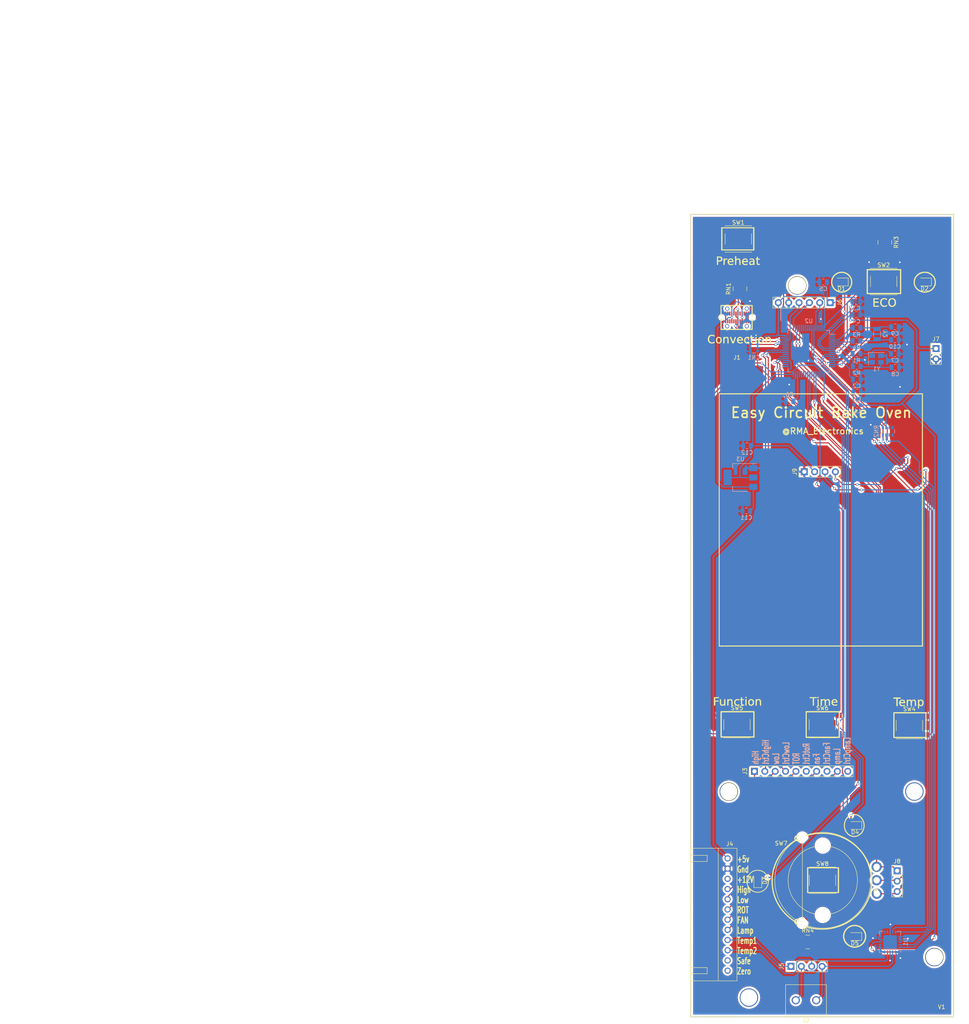
<source format=kicad_pcb>
(kicad_pcb (version 20171130) (host pcbnew 5.1.5)
  (layers (0 F.Cu signal) (31 B.Cu signal) (34 B.Paste user) (35 F.Paste user) (36 B.SilkS user) (37 F.SilkS user) (38 B.Mask user) (39 F.Mask user) (44 Edge.Cuts user))
  (net 0 "")
  (net 1 VDDA)
  (net 2 VSS)
  (net 3 VCC)
  (net 4 RST)
  (net 5 "Net-(C6-Pad1)")
  (net 6 "Net-(C7-Pad1)")
  (net 7 "Net-(C8-Pad1)")
  (net 8 "Net-(C9-Pad1)")
  (net 9 "Net-(C10-Pad1)")
  (net 10 +5V)
  (net 11 LED1)
  (net 12 LED2)
  (net 13 LED3)
  (net 14 LED4)
  (net 15 LED5)
  (net 16 "Net-(J1-PadA2)")
  (net 17 "Net-(J1-PadA3)")
  (net 18 "Net-(J1-PadA5)")
  (net 19 D+)
  (net 20 D-)
  (net 21 "Net-(J1-PadA8)")
  (net 22 "Net-(J1-PadA10)")
  (net 23 "Net-(J1-PadA11)")
  (net 24 "Net-(J1-PadB2)")
  (net 25 "Net-(J1-PadB3)")
  (net 26 "Net-(J1-PadB5)")
  (net 27 "Net-(J1-PadB8)")
  (net 28 "Net-(J1-PadB10)")
  (net 29 "Net-(J1-PadB11)")
  (net 30 Temp1out)
  (net 31 Temp2out)
  (net 32 HI)
  (net 33 HighCtrl)
  (net 34 LOW)
  (net 35 LowCtrl)
  (net 36 ROT)
  (net 37 RotCtrl)
  (net 38 FAN)
  (net 39 FanCtrl)
  (net 40 LAMP)
  (net 41 LampCtrl)
  (net 42 +12V)
  (net 43 Temp1)
  (net 44 Temp2)
  (net 45 Safe)
  (net 46 Zero)
  (net 47 Boot0)
  (net 48 SWCLK)
  (net 49 SWDIO)
  (net 50 UP)
  (net 51 EncC)
  (net 52 DOWN)
  (net 53 "Net-(R1-Pad1)")
  (net 54 "Net-(R2-Pad1)")
  (net 55 "Net-(R3-Pad1)")
  (net 56 "Net-(R4-Pad1)")
  (net 57 "Net-(RN1-Pad3)")
  (net 58 "Net-(RN1-Pad4)")
  (net 59 "Net-(RN1-Pad6)")
  (net 60 "Net-(RN1-Pad5)")
  (net 61 "Net-(RN2-Pad5)")
  (net 62 "Net-(RN2-Pad6)")
  (net 63 SCL)
  (net 64 SDA)
  (net 65 "Net-(RN2-Pad4)")
  (net 66 "Net-(RN2-Pad3)")
  (net 67 SW1-Preheat)
  (net 68 SW2-ECO)
  (net 69 SW3-Convection)
  (net 70 SW4-Temp)
  (net 71 SW5-Function)
  (net 72 SW6-Time)
  (net 73 SW7-StartStop)
  (net 74 Alert1)
  (net 75 Alert2)
  (net 76 Alert3)
  (net 77 Alert4)
  (net 78 "Net-(U2-Pad2)")
  (net 79 "Net-(U2-Pad29)")
  (net 80 "Net-(U2-Pad33)")
  (net 81 "Net-(U2-Pad34)")
  (net 82 "Net-(U2-Pad35)")
  (net 83 RX)
  (net 84 TX)
  (net 85 "Net-(U2-Pad50)")
  (net 86 "Net-(U2-Pad53)")
  (net 87 "Net-(U2-Pad54)")
  (net 88 "Net-(U2-Pad57)")
  (net 89 "Net-(U2-Pad61)")
  (net 90 "Net-(U2-Pad62)")
  (net 91 "Net-(RN3-Pad6)")
  (net 92 "Net-(RN3-Pad5)")
  (net 93 "Net-(RN4-Pad5)")
  (net 94 "Net-(D3-Pad1)")
  (net 95 "Net-(D4-Pad1)")
  (net 96 "Net-(D5-Pad1)")
  (net 97 "Net-(D1-Pad1)")
  (net 98 "Net-(D2-Pad1)")
  (net 99 "Net-(U2-Pad20)")
  (net 100 "Net-(U2-Pad23)")
  (net 101 "Net-(U2-Pad26)")
  (net 102 "Net-(U2-Pad27)")
  (net 103 "Net-(U2-Pad28)")
  (net 104 "Net-(U2-Pad39)")
  (net 105 "Net-(U2-Pad55)")
  (net 106 "Net-(U2-Pad56)")
  (module Connector_Pin:Pin_D1.0mm_L10.0mm (layer F.Cu) (at 175.81 192.58)
    (fp_text reference REF** hide)
    (fp_text value Pin_D1.0mm_L10.0mm)
    (pad 1 thru_hole circle (at 0 0) (size 4.5 4.5) (drill 4) (layers *.Cu))
  )
  (module Connector_Pin:Pin_D1.0mm_L10.0mm (layer F.Cu) (at 221.3 192.55)
    (fp_text reference REF** hide)
    (fp_text value Pin_D1.0mm_L10.0mm)
    (pad 1 thru_hole circle (at 0 0) (size 4.5 4.5) (drill 4) (layers *.Cu))
  )
  (module Connector_Pin:Pin_D1.0mm_L10.0mm (layer F.Cu) (at 192.6 68.53)
    (fp_text reference REF** hide)
    (fp_text value Pin_D1.0mm_L10.0mm)
    (pad 1 thru_hole circle (at 0 0) (size 4.5 4.5) (drill 4) (layers *.Cu))
  )
  (module Connector_Pin:Pin_D1.0mm_L10.0mm (layer F.Cu) (at 180.76 243.05)
    (fp_text reference REF** hide)
    (fp_text value Pin_D1.0mm_L10.0mm)
    (pad 1 thru_hole circle (at 0 0) (size 4.5 4.5) (drill 4) (layers *.Cu))
  )
  (module Connector_Pin:Pin_D1.0mm_L10.0mm (layer F.Cu) (at 226.2 233.13)
    (fp_text reference REF** hide)
    (fp_text value Pin_D1.0mm_L10.0mm)
    (pad 1 thru_hole circle (at 0 0) (size 4.5 4.5) (drill 4) (layers *.Cu))
  )
  (module NFCBuisness:W (layer F.Cu) (at 172.02 244.78)
    (fp_text reference Ref** hide)
    (fp_text value Val** hide)
    (fp_poly (pts (xy -1.630587 -2.420899) (xy -1.447524 -2.328559) (xy -1.311592 -2.194757) (xy -1.304211 -2.183555) (xy -1.265704 -2.11344) (xy -1.244213 -2.038839) (xy -1.23774 -1.938094) (xy -1.244287 -1.789546) (xy -1.255088 -1.651) (xy -1.268682 -1.442824) (xy -1.279873 -1.184894) (xy -1.287394 -0.912114) (xy -1.289962 -0.690936) (xy -1.289221 -0.458958) (xy -1.284387 -0.294975) (xy -1.273305 -0.182336) (xy -1.25382 -0.10439) (xy -1.223775 -0.044488) (xy -1.202268 -0.013603) (xy -1.116398 0.071274) (xy -1.002822 0.111004) (xy -0.929984 0.119227) (xy -0.68211 0.100096) (xy -0.454281 0.00289) (xy -0.240656 -0.175182) (xy -0.185776 -0.236175) (xy -0.081108 -0.349759) (xy 0.009066 -0.431822) (xy 0.066141 -0.465547) (xy 0.068112 -0.465666) (xy 0.123755 -0.432548) (xy 0.197182 -0.348904) (xy 0.229505 -0.301607) (xy 0.376869 -0.110873) (xy 0.526913 0.003226) (xy 0.674284 0.03902) (xy 0.813631 -0.005163) (xy 0.907971 -0.089777) (xy 0.988653 -0.198585) (xy 1.058934 -0.326542) (xy 1.126082 -0.490779) (xy 1.197364 -0.708426) (xy 1.255985 -0.910166) (xy 1.31545 -1.12099) (xy 1.377683 -1.340443) (xy 1.431333 -1.528529) (xy 1.442246 -1.566558) (xy 1.521416 -1.84195) (xy 1.949565 -2.005418) (xy 2.167567 -2.084028) (xy 2.315998 -2.126297) (xy 2.401001 -2.133773) (xy 2.422145 -2.124455) (xy 2.452677 -2.065526) (xy 2.41974 -2.005855) (xy 2.317286 -1.940366) (xy 2.13927 -1.863979) (xy 2.089887 -1.8454) (xy 1.930263 -1.78316) (xy 1.799296 -1.726134) (xy 1.71927 -1.684217) (xy 1.708527 -1.676067) (xy 1.680315 -1.619963) (xy 1.636526 -1.498254) (xy 1.582553 -1.327363) (xy 1.52379 -1.123712) (xy 1.507251 -1.063196) (xy 1.396737 -0.68139) (xy 1.290651 -0.376432) (xy 1.184846 -0.140938) (xy 1.075173 0.032475) (xy 0.957485 0.15119) (xy 0.827635 0.222591) (xy 0.776069 0.238398) (xy 0.602379 0.241191) (xy 0.418574 0.174646) (xy 0.246259 0.047924) (xy 0.192569 -0.009056) (xy 0.041511 -0.185533) (xy -0.128458 -0.008645) (xy -0.312966 0.157866) (xy -0.496288 0.260737) (xy -0.709082 0.314778) (xy -0.823587 0.327186) (xy -0.981029 0.333485) (xy -1.090094 0.317957) (xy -1.185756 0.27362) (xy -1.227666 0.246552) (xy -1.355913 0.118677) (xy -1.447302 -0.068507) (xy -1.502345 -0.318683) (xy -1.521551 -0.635539) (xy -1.505431 -1.022758) (xy -1.460818 -1.436924) (xy -1.432055 -1.688127) (xy -1.424811 -1.871541) (xy -1.442863 -2.002167) (xy -1.489991 -2.095003) (xy -1.569973 -2.165049) (xy -1.656298 -2.212878) (xy -1.801342 -2.257899) (xy -1.939703 -2.239415) (xy -2.087459 -2.15265) (xy -2.203421 -2.05035) (xy -2.298884 -1.96489) (xy -2.361491 -1.934189) (xy -2.413708 -1.94891) (xy -2.426473 -1.957639) (xy -2.473927 -2.002339) (xy -2.467648 -2.051331) (xy -2.429475 -2.110518) (xy -2.32004 -2.223928) (xy -2.167499 -2.330713) (xy -2.002595 -2.413218) (xy -1.856072 -2.453788) (xy -1.829026 -2.455333) (xy -1.630587 -2.420899)) (layer F.Cu) (width 0.01))
  )
  (module LOGO (layer F.Cu) (at 0 0)
    (fp_text reference G*** hide)
    (fp_text value LOGO hide)
  )
  (module LOGO (layer F.Cu) (at 197.2 149.4)
    (fp_text reference G*** hide)
    (fp_text value LOGO hide)
  )
  (module Capacitor_SMD:C_0805_2012Metric (layer B.Cu) (at 207.2625 94.7)
    (fp_text reference C1 (at 0 1.65) (layer B.SilkS) (effects (justify mirror)))
    (fp_text value 100nF)
    (pad 1 smd roundrect (at -0.9375 0) (size 0.975 1.4) (layers B.Cu B.Paste B.Mask) (net 1 VDDA))
    (pad 2 smd roundrect (at 0.9375 0) (size 0.975 1.4) (layers B.Cu B.Paste B.Mask) (net 2 VSS))
  )
  (module Capacitor_SMD:C_0805_2012Metric (layer B.Cu) (at 207.1875 91.525)
    (fp_text reference C2 (at 0 1.65) (layer B.SilkS) (effects (justify mirror)))
    (fp_text value 1uF)
    (pad 1 smd roundrect (at -0.9375 0) (size 0.975 1.4) (layers B.Cu B.Paste B.Mask) (net 1 VDDA))
    (pad 2 smd roundrect (at 0.9375 0) (size 0.975 1.4) (layers B.Cu B.Paste B.Mask) (net 2 VSS))
  )
  (module Capacitor_SMD:C_0805_2012Metric (layer B.Cu) (at 207.0875 72.475)
    (fp_text reference C3 (at 0 1.65) (layer B.SilkS) (effects (justify mirror)))
    (fp_text value 100nF)
    (pad 2 smd roundrect (at 0.9375 0) (size 0.975 1.4) (layers B.Cu B.Paste B.Mask) (net 2 VSS))
    (pad 1 smd roundrect (at -0.9375 0) (size 0.975 1.4) (layers B.Cu B.Paste B.Mask) (net 3 VCC))
  )
  (module Capacitor_SMD:C_0805_2012Metric (layer B.Cu) (at 207.0875 75.675)
    (fp_text reference C4 (at 0 1.65 180) (layer B.SilkS) (effects (justify mirror)))
    (fp_text value 4.7uF)
    (pad 2 smd roundrect (at 0.9375 0) (size 0.975 1.4) (layers B.Cu B.Paste B.Mask) (net 2 VSS))
    (pad 1 smd roundrect (at -0.9375 0) (size 0.975 1.4) (layers B.Cu B.Paste B.Mask) (net 3 VCC))
  )
  (module Capacitor_SMD:C_0805_2012Metric (layer B.Cu) (at 198.9625 67.675)
    (fp_text reference C5 (at 0 1.65) (layer B.SilkS) (effects (justify mirror)))
    (fp_text value 100nF)
    (pad 2 smd roundrect (at 0.9375 0) (size 0.975 1.4) (layers B.Cu B.Paste B.Mask) (net 4 RST))
    (pad 1 smd roundrect (at -0.9375 0) (size 0.975 1.4) (layers B.Cu B.Paste B.Mask) (net 2 VSS))
  )
  (module Capacitor_SMD:C_0805_2012Metric (layer B.Cu) (at 190.7125 96.925 180)
    (fp_text reference C6 (at 0 1.65) (layer B.SilkS) (effects (justify mirror)))
    (fp_text value 4.7uF)
    (pad 2 smd roundrect (at 0.9375 0 180) (size 0.975 1.4) (layers B.Cu B.Paste B.Mask) (net 2 VSS))
    (pad 1 smd roundrect (at -0.9375 0 180) (size 0.975 1.4) (layers B.Cu B.Paste B.Mask) (net 5 "Net-(C6-Pad1)"))
  )
  (module Capacitor_SMD:C_0805_2012Metric (layer B.Cu) (at 216.5375 85.3)
    (fp_text reference C7 (at 0 1.65) (layer B.SilkS) (effects (justify mirror)))
    (fp_text value 20pF)
    (pad 1 smd roundrect (at -0.9375 0) (size 0.975 1.4) (layers B.Cu B.Paste B.Mask) (net 6 "Net-(C7-Pad1)"))
    (pad 2 smd roundrect (at 0.9375 0) (size 0.975 1.4) (layers B.Cu B.Paste B.Mask) (net 2 VSS))
  )
  (module Capacitor_SMD:C_0805_2012Metric (layer B.Cu) (at 216.6125 88.6)
    (fp_text reference C8 (at 0 1.65) (layer B.SilkS) (effects (justify mirror)))
    (fp_text value 20pF)
    (pad 1 smd roundrect (at -0.9375 0) (size 0.975 1.4) (layers B.Cu B.Paste B.Mask) (net 7 "Net-(C8-Pad1)"))
    (pad 2 smd roundrect (at 0.9375 0) (size 0.975 1.4) (layers B.Cu B.Paste B.Mask) (net 2 VSS))
  )
  (module Capacitor_SMD:C_0805_2012Metric (layer B.Cu) (at 216.5625 78.675)
    (fp_text reference C9 (at 0 1.65) (layer B.SilkS) (effects (justify mirror)))
    (fp_text value 1.5pF)
    (pad 1 smd roundrect (at -0.9375 0) (size 0.975 1.4) (layers B.Cu B.Paste B.Mask) (net 8 "Net-(C9-Pad1)"))
    (pad 2 smd roundrect (at 0.9375 0) (size 0.975 1.4) (layers B.Cu B.Paste B.Mask) (net 2 VSS))
  )
  (module Capacitor_SMD:C_0805_2012Metric (layer B.Cu) (at 216.5375 81.85)
    (fp_text reference C10 (at 0 1.65) (layer B.SilkS) (effects (justify mirror)))
    (fp_text value 1.5pF)
    (pad 2 smd roundrect (at 0.9375 0) (size 0.975 1.4) (layers B.Cu B.Paste B.Mask) (net 2 VSS))
    (pad 1 smd roundrect (at -0.9375 0) (size 0.975 1.4) (layers B.Cu B.Paste B.Mask) (net 9 "Net-(C10-Pad1)"))
  )
  (module Capacitor_SMD:C_0805_2012Metric (layer B.Cu) (at 180.125 123.775)
    (fp_text reference C11 (at 0 1.65) (layer B.SilkS) (effects (justify mirror)))
    (fp_text value 1uF)
    (pad 1 smd roundrect (at -0.9375 0) (size 0.975 1.4) (layers B.Cu B.Paste B.Mask) (net 2 VSS))
    (pad 2 smd roundrect (at 0.9375 0) (size 0.975 1.4) (layers B.Cu B.Paste B.Mask) (net 10 +5V))
  )
  (module Capacitor_SMD:C_0805_2012Metric (layer B.Cu) (at 180.2875 107.825)
    (fp_text reference C12 (at 0 1.65) (layer B.SilkS) (effects (justify mirror)))
    (fp_text value 1uF)
    (pad 2 smd roundrect (at 0.9375 0) (size 0.975 1.4) (layers B.Cu B.Paste B.Mask) (net 3 VCC))
    (pad 1 smd roundrect (at -0.9375 0) (size 0.975 1.4) (layers B.Cu B.Paste B.Mask) (net 2 VSS))
  )
  (module Resistor_SMD:R_Array_Convex_4x0603 (layer B.Cu) (at 181.975 83.375)
    (fp_text reference CN1 (at 0 2.8) (layer B.SilkS) (effects (justify mirror)))
    (fp_text value 100nF)
    (pad 5 smd rect (at 0.9 -1.2) (size 0.8 0.5) (layers B.Cu B.Paste B.Mask) (net 3 VCC))
    (pad 6 smd rect (at 0.9 -0.4) (size 0.8 0.4) (layers B.Cu B.Paste B.Mask) (net 3 VCC))
    (pad 8 smd rect (at 0.9 1.2) (size 0.8 0.5) (layers B.Cu B.Paste B.Mask) (net 3 VCC))
    (pad 7 smd rect (at 0.9 0.4) (size 0.8 0.4) (layers B.Cu B.Paste B.Mask) (net 3 VCC))
    (pad 4 smd rect (at -0.9 -1.2) (size 0.8 0.5) (layers B.Cu B.Paste B.Mask) (net 2 VSS))
    (pad 2 smd rect (at -0.9 0.4) (size 0.8 0.4) (layers B.Cu B.Paste B.Mask) (net 2 VSS))
    (pad 3 smd rect (at -0.9 -0.4) (size 0.8 0.4) (layers B.Cu B.Paste B.Mask) (net 2 VSS))
    (pad 1 smd rect (at -0.9 1.2) (size 0.8 0.5) (layers B.Cu B.Paste B.Mask) (net 2 VSS))
  )
  (module LED_SMD:LED_0805_2012Metric (layer F.Cu) (at 203.4125 67.675 180)
    (fp_text reference D1 (at 0 -1.65) (layer F.SilkS))
    (fp_text value LED)
    (pad 1 smd roundrect (at -0.9375 0 180) (size 0.975 1.4) (layers F.Cu F.Paste F.Mask) (net 97 "Net-(D1-Pad1)"))
    (pad 2 smd roundrect (at 0.9375 0 180) (size 0.975 1.4) (layers F.Cu F.Paste F.Mask) (net 11 LED1))
  )
  (module LED_SMD:LED_0805_2012Metric (layer F.Cu) (at 223.7875 67.675 180)
    (fp_text reference D2 (at 0 -1.65) (layer F.SilkS))
    (fp_text value LED)
    (pad 1 smd roundrect (at -0.9375 0 180) (size 0.975 1.4) (layers F.Cu F.Paste F.Mask) (net 98 "Net-(D2-Pad1)"))
    (pad 2 smd roundrect (at 0.9375 0 180) (size 0.975 1.4) (layers F.Cu F.Paste F.Mask) (net 12 LED2))
  )
  (module LED_SMD:LED_0805_2012Metric (layer F.Cu) (at 182.925 214.4125 90)
    (fp_text reference D3 (at 0.0625 1.725 90) (layer F.SilkS))
    (fp_text value LED)
    (pad 2 smd roundrect (at 0.9375 0 90) (size 0.975 1.4) (layers F.Cu F.Paste F.Mask) (net 13 LED3))
    (pad 1 smd roundrect (at -0.9375 0 90) (size 0.975 1.4) (layers F.Cu F.Paste F.Mask) (net 94 "Net-(D3-Pad1)"))
  )
  (module LED_SMD:LED_0805_2012Metric (layer F.Cu) (at 206.7375 200.875 180)
    (fp_text reference D4 (at 0 -1.65) (layer F.SilkS))
    (fp_text value LED)
    (pad 2 smd roundrect (at 0.9375 0 180) (size 0.975 1.4) (layers F.Cu F.Paste F.Mask) (net 14 LED4))
    (pad 1 smd roundrect (at -0.9375 0 180) (size 0.975 1.4) (layers F.Cu F.Paste F.Mask) (net 95 "Net-(D4-Pad1)"))
  )
  (module LED_SMD:LED_0805_2012Metric (layer F.Cu) (at 206.7 228.1 180)
    (fp_text reference D5 (at 0 -1.65) (layer F.SilkS))
    (fp_text value LED)
    (pad 1 smd roundrect (at -0.9375 0 180) (size 0.975 1.4) (layers F.Cu F.Paste F.Mask) (net 96 "Net-(D5-Pad1)"))
    (pad 2 smd roundrect (at 0.9375 0 180) (size 0.975 1.4) (layers F.Cu F.Paste F.Mask) (net 15 LED5))
  )
  (module Reflow:Jing_USB-C_Vert_C168703 (layer F.Cu) (at 177.825 76.375)
    (fp_text reference J1 (at 0 9.8) (layer F.SilkS))
    (fp_text value USB_C_Receptacle)
    (pad "" np_thru_hole circle (at -3.75 0) (size 0.66 0.66) (drill 0.66) (layers *.Cu *.Mask))
    (pad "" np_thru_hole oval (at 3.75 0) (size 1 0.58) (drill oval 1 0.58) (layers *.Cu *.Mask))
    (pad A1 smd rect (at -2.75 -0.95) (size 0.3 1) (layers F.Cu F.Paste F.Mask) (net 2 VSS))
    (pad A2 smd rect (at -2.25 -0.95) (size 0.3 1) (layers F.Cu F.Paste F.Mask) (net 16 "Net-(J1-PadA2)"))
    (pad A3 smd rect (at -1.75 -0.95) (size 0.3 1) (layers F.Cu F.Paste F.Mask) (net 17 "Net-(J1-PadA3)"))
    (pad A4 smd rect (at -1.25 -0.95) (size 0.3 1) (layers F.Cu F.Paste F.Mask) (net 10 +5V))
    (pad A5 smd rect (at -0.75 -0.95) (size 0.3 1) (layers F.Cu F.Paste F.Mask) (net 18 "Net-(J1-PadA5)"))
    (pad A6 smd rect (at -0.25 -0.95) (size 0.3 1) (layers F.Cu F.Paste F.Mask) (net 19 D+))
    (pad A7 smd rect (at 0.25 -0.95) (size 0.3 1) (layers F.Cu F.Paste F.Mask) (net 20 D-))
    (pad A8 smd rect (at 0.75 -0.95) (size 0.3 1) (layers F.Cu F.Paste F.Mask) (net 21 "Net-(J1-PadA8)"))
    (pad A9 smd rect (at 1.25 -0.95) (size 0.3 1) (layers F.Cu F.Paste F.Mask) (net 10 +5V))
    (pad A10 smd rect (at 1.75 -0.95) (size 0.3 1) (layers F.Cu F.Paste F.Mask) (net 22 "Net-(J1-PadA10)"))
    (pad A11 smd rect (at 2.25 -0.95) (size 0.3 1) (layers F.Cu F.Paste F.Mask) (net 23 "Net-(J1-PadA11)"))
    (pad A12 smd rect (at 2.75 -0.95) (size 0.3 1) (layers F.Cu F.Paste F.Mask) (net 2 VSS))
    (pad B1 smd rect (at 2.75 0.95) (size 0.3 1) (layers F.Cu F.Paste F.Mask) (net 2 VSS))
    (pad B2 smd rect (at 2.25 0.95) (size 0.3 1) (layers F.Cu F.Paste F.Mask) (net 24 "Net-(J1-PadB2)"))
    (pad B3 smd rect (at 1.75 0.95) (size 0.3 1) (layers F.Cu F.Paste F.Mask) (net 25 "Net-(J1-PadB3)"))
    (pad B4 smd rect (at 1.25 0.95) (size 0.3 1) (layers F.Cu F.Paste F.Mask) (net 10 +5V))
    (pad B5 smd rect (at 0.75 0.95) (size 0.3 1) (layers F.Cu F.Paste F.Mask) (net 26 "Net-(J1-PadB5)"))
    (pad B6 smd rect (at 0.25 0.95) (size 0.3 1) (layers F.Cu F.Paste F.Mask) (net 19 D+))
    (pad B7 smd rect (at -0.25 0.95) (size 0.3 1) (layers F.Cu F.Paste F.Mask) (net 20 D-))
    (pad B8 smd rect (at -0.75 0.95) (size 0.3 1) (layers F.Cu F.Paste F.Mask) (net 27 "Net-(J1-PadB8)"))
    (pad B9 smd rect (at -1.25 0.95) (size 0.3 1) (layers F.Cu F.Paste F.Mask) (net 10 +5V))
    (pad B10 smd rect (at -1.75 0.95) (size 0.3 1) (layers F.Cu F.Paste F.Mask) (net 28 "Net-(J1-PadB10)"))
    (pad B11 smd rect (at -2.25 0.95) (size 0.3 1) (layers F.Cu F.Paste F.Mask) (net 29 "Net-(J1-PadB11)"))
    (pad B12 smd rect (at -2.75 0.95) (size 0.3 1) (layers F.Cu F.Paste F.Mask) (net 2 VSS))
    (pad 13 thru_hole circle (at 2.4 -2.15) (size 1 1) (drill 0.7) (layers *.Cu *.Mask))
    (pad 14 thru_hole circle (at 2.4 2.15) (size 1 1) (drill 0.7) (layers *.Cu *.Mask))
    (pad 15 thru_hole circle (at -2.4 2.15) (size 1 1) (drill 0.7) (layers *.Cu *.Mask))
    (pad 16 thru_hole circle (at -2.4 -2.15) (size 1 1) (drill 0.7) (layers *.Cu *.Mask))
  )
  (module Reflow:Connector_1x02_5mm (layer F.Cu) (at 194.74 243.7)
    (fp_text reference J2 (at 0 5) (layer F.SilkS))
    (fp_text value Conn_01x02)
    (pad 1 thru_hole circle (at -2.5 0) (size 2 2) (drill 1.4) (layers *.Cu *.Mask) (net 30 Temp1out))
    (pad 2 thru_hole circle (at 2.5 0) (size 2 2) (drill 1.4) (layers *.Cu *.Mask) (net 31 Temp2out))
  )
  (module Connector_PinHeader_2.54mm:PinHeader_1x10_P2.54mm_Vertical (layer F.Cu) (at 182.11 187.6 90)
    (fp_text reference J3 (at 0 -2.33 90) (layer F.SilkS))
    (fp_text value Conn_01x10)
    (pad 1 thru_hole rect (at 0 0 90) (size 1.7 1.7) (drill 1) (layers *.Cu *.Mask) (net 32 HI))
    (pad 2 thru_hole oval (at 0 2.54 90) (size 1.7 1.7) (drill 1) (layers *.Cu *.Mask) (net 33 HighCtrl))
    (pad 3 thru_hole oval (at 0 5.08 90) (size 1.7 1.7) (drill 1) (layers *.Cu *.Mask) (net 34 LOW))
    (pad 4 thru_hole oval (at 0 7.62 90) (size 1.7 1.7) (drill 1) (layers *.Cu *.Mask) (net 35 LowCtrl))
    (pad 5 thru_hole oval (at 0 10.16 90) (size 1.7 1.7) (drill 1) (layers *.Cu *.Mask) (net 36 ROT))
    (pad 6 thru_hole oval (at 0 12.7 90) (size 1.7 1.7) (drill 1) (layers *.Cu *.Mask) (net 37 RotCtrl))
    (pad 7 thru_hole oval (at 0 15.24 90) (size 1.7 1.7) (drill 1) (layers *.Cu *.Mask) (net 38 FAN))
    (pad 8 thru_hole oval (at 0 17.78 90) (size 1.7 1.7) (drill 1) (layers *.Cu *.Mask) (net 39 FanCtrl))
    (pad 9 thru_hole oval (at 0 20.32 90) (size 1.7 1.7) (drill 1) (layers *.Cu *.Mask) (net 40 LAMP))
    (pad 10 thru_hole oval (at 0 22.86 90) (size 1.7 1.7) (drill 1) (layers *.Cu *.Mask) (net 41 LampCtrl))
  )
  (module Reflow:A2501WR-12P1-Conn (layer F.Cu) (at 175.525 222.7 270)
    (fp_text reference J4 (at -17.3 -0.525 180) (layer F.SilkS))
    (fp_text value Conn_01x12)
    (pad 6 thru_hole circle (at -1.25 0 270) (size 1.5 1.5) (drill 0.95) (layers *.Cu *.Mask) (net 36 ROT))
    (pad 5 thru_hole circle (at -3.75 0 270) (size 1.5 1.5) (drill 0.95) (layers *.Cu *.Mask) (net 34 LOW))
    (pad 4 thru_hole circle (at -6.25 0 270) (size 1.5 1.5) (drill 0.95) (layers *.Cu *.Mask) (net 32 HI))
    (pad 3 thru_hole circle (at -8.75 0 270) (size 1.5 1.5) (drill 0.95) (layers *.Cu *.Mask) (net 42 +12V))
    (pad 2 thru_hole circle (at -11.25 0 270) (size 1.5 1.5) (drill 0.95) (layers *.Cu *.Mask) (net 2 VSS))
    (pad 1 thru_hole circle (at -13.75 0 270) (size 1.5 1.5) (drill 0.95) (layers *.Cu *.Mask) (net 10 +5V))
    (pad 7 thru_hole circle (at 1.25 0 270) (size 1.5 1.5) (drill 0.95) (layers *.Cu *.Mask) (net 38 FAN))
    (pad 8 thru_hole circle (at 3.75 0 270) (size 1.5 1.5) (drill 0.95) (layers *.Cu *.Mask) (net 40 LAMP))
    (pad 9 thru_hole circle (at 6.25 0 270) (size 1.5 1.5) (drill 0.95) (layers *.Cu *.Mask) (net 43 Temp1))
    (pad 10 thru_hole circle (at 8.75 0 270) (size 1.5 1.5) (drill 0.95) (layers *.Cu *.Mask) (net 44 Temp2))
    (pad 11 thru_hole circle (at 11.25 0 270) (size 1.5 1.5) (drill 0.95) (layers *.Cu *.Mask) (net 45 Safe))
    (pad 12 thru_hole circle (at 13.75 0 270) (size 1.5 1.5) (drill 0.95) (layers *.Cu *.Mask) (net 46 Zero))
  )
  (module Connector_PinHeader_2.54mm:PinHeader_1x04_P2.54mm_Vertical (layer F.Cu) (at 191.06 235.39 90)
    (fp_text reference J5 (at 0 -2.33 90) (layer F.SilkS))
    (fp_text value Conn_01x04)
    (pad 1 thru_hole rect (at 0 0 90) (size 1.7 1.7) (drill 1) (layers *.Cu *.Mask) (net 43 Temp1))
    (pad 2 thru_hole oval (at 0 2.54 90) (size 1.7 1.7) (drill 1) (layers *.Cu *.Mask) (net 30 Temp1out))
    (pad 3 thru_hole oval (at 0 5.08 90) (size 1.7 1.7) (drill 1) (layers *.Cu *.Mask) (net 44 Temp2))
    (pad 4 thru_hole oval (at 0 7.62 90) (size 1.7 1.7) (drill 1) (layers *.Cu *.Mask) (net 31 Temp2out))
  )
  (module Connector_PinHeader_2.54mm:PinHeader_1x06_P2.54mm_Vertical (layer F.Cu) (at 200.655 72.75 270)
    (fp_text reference J6 (at 0 -2.33 90) (layer F.SilkS))
    (fp_text value Prog)
    (pad 1 thru_hole rect (at 0 0 270) (size 1.7 1.7) (drill 1) (layers *.Cu *.Mask) (net 4 RST))
    (pad 2 thru_hole oval (at 0 2.54 270) (size 1.7 1.7) (drill 1) (layers *.Cu *.Mask) (net 47 Boot0))
    (pad 3 thru_hole oval (at 0 5.08 270) (size 1.7 1.7) (drill 1) (layers *.Cu *.Mask) (net 48 SWCLK))
    (pad 4 thru_hole oval (at 0 7.62 270) (size 1.7 1.7) (drill 1) (layers *.Cu *.Mask) (net 49 SWDIO))
    (pad 5 thru_hole oval (at 0 10.16 270) (size 1.7 1.7) (drill 1) (layers *.Cu *.Mask) (net 2 VSS))
    (pad 6 thru_hole oval (at 0 12.7 270) (size 1.7 1.7) (drill 1) (layers *.Cu *.Mask) (net 3 VCC))
  )
  (module Connector_PinHeader_2.54mm:PinHeader_1x02_P2.54mm_Vertical (layer F.Cu) (at 226.6 84.01)
    (fp_text reference J7 (at 0 -2.33) (layer F.SilkS))
    (fp_text value BreadboardPwr)
    (pad 1 thru_hole rect (at 0 0) (size 1.7 1.7) (drill 1) (layers *.Cu *.Mask) (net 3 VCC))
    (pad 2 thru_hole oval (at 0 2.54) (size 1.7 1.7) (drill 1) (layers *.Cu *.Mask) (net 2 VSS))
  )
  (module Connector_PinHeader_2.54mm:PinHeader_1x03_P2.54mm_Vertical (layer F.Cu) (at 217.075 211.975)
    (fp_text reference J8 (at 0 -2.33) (layer F.SilkS))
    (fp_text value Conn_01x03)
    (pad 1 thru_hole rect (at 0 0) (size 1.7 1.7) (drill 1) (layers *.Cu *.Mask) (net 50 UP))
    (pad 2 thru_hole oval (at 0 2.54) (size 1.7 1.7) (drill 1) (layers *.Cu *.Mask) (net 51 EncC))
    (pad 3 thru_hole oval (at 0 5.08) (size 1.7 1.7) (drill 1) (layers *.Cu *.Mask) (net 52 DOWN))
  )
  (module Inductor_SMD:L_0603_1608Metric (layer B.Cu) (at 207.275 97.875)
    (fp_text reference L1 (at 0 1.43) (layer B.SilkS) (effects (justify mirror)))
    (fp_text value L_Small)
    (pad 1 smd roundrect (at -0.7875 0) (size 0.875 0.95) (layers B.Cu B.Paste B.Mask) (net 1 VDDA))
    (pad 2 smd roundrect (at 0.7875 0) (size 0.875 0.95) (layers B.Cu B.Paste B.Mask) (net 3 VCC))
  )
  (module Resistor_SMD:R_0805_2012Metric (layer B.Cu) (at 207.1125 85.25)
    (fp_text reference R1 (at 0 1.65) (layer B.SilkS) (effects (justify mirror)))
    (fp_text value 0)
    (pad 2 smd roundrect (at 0.9375 0) (size 0.975 1.4) (layers B.Cu B.Paste B.Mask) (net 6 "Net-(C7-Pad1)"))
    (pad 1 smd roundrect (at -0.9375 0) (size 0.975 1.4) (layers B.Cu B.Paste B.Mask) (net 53 "Net-(R1-Pad1)"))
  )
  (module Resistor_SMD:R_0805_2012Metric (layer B.Cu) (at 207.1625 88.35)
    (fp_text reference R2 (at 0 1.65) (layer B.SilkS) (effects (justify mirror)))
    (fp_text value 0)
    (pad 1 smd roundrect (at -0.9375 0) (size 0.975 1.4) (layers B.Cu B.Paste B.Mask) (net 54 "Net-(R2-Pad1)"))
    (pad 2 smd roundrect (at 0.9375 0) (size 0.975 1.4) (layers B.Cu B.Paste B.Mask) (net 7 "Net-(C8-Pad1)"))
  )
  (module Resistor_SMD:R_0805_2012Metric (layer B.Cu) (at 207.1375 78.925)
    (fp_text reference R3 (at 0 1.65) (layer B.SilkS) (effects (justify mirror)))
    (fp_text value 0)
    (pad 1 smd roundrect (at -0.9375 0) (size 0.975 1.4) (layers B.Cu B.Paste B.Mask) (net 55 "Net-(R3-Pad1)"))
    (pad 2 smd roundrect (at 0.9375 0) (size 0.975 1.4) (layers B.Cu B.Paste B.Mask) (net 8 "Net-(C9-Pad1)"))
  )
  (module Resistor_SMD:R_0805_2012Metric (layer B.Cu) (at 207.1125 82.1)
    (fp_text reference R4 (at 0 1.65) (layer B.SilkS) (effects (justify mirror)))
    (fp_text value 0)
    (pad 2 smd roundrect (at 0.9375 0) (size 0.975 1.4) (layers B.Cu B.Paste B.Mask) (net 9 "Net-(C10-Pad1)"))
    (pad 1 smd roundrect (at -0.9375 0) (size 0.975 1.4) (layers B.Cu B.Paste B.Mask) (net 56 "Net-(R4-Pad1)"))
  )
  (module Resistor_SMD:R_Array_Convex_4x0603 (layer F.Cu) (at 178.55 69.35 90)
    (fp_text reference RN1 (at 0 -2.8 90) (layer F.SilkS))
    (fp_text value 1k)
    (pad 1 smd rect (at -0.9 -1.2 90) (size 0.8 0.5) (layers F.Cu F.Paste F.Mask) (net 26 "Net-(J1-PadB5)"))
    (pad 3 smd rect (at -0.9 0.4 90) (size 0.8 0.4) (layers F.Cu F.Paste F.Mask) (net 57 "Net-(RN1-Pad3)"))
    (pad 2 smd rect (at -0.9 -0.4 90) (size 0.8 0.4) (layers F.Cu F.Paste F.Mask) (net 18 "Net-(J1-PadA5)"))
    (pad 4 smd rect (at -0.9 1.2 90) (size 0.8 0.5) (layers F.Cu F.Paste F.Mask) (net 58 "Net-(RN1-Pad4)"))
    (pad 7 smd rect (at 0.9 -0.4 90) (size 0.8 0.4) (layers F.Cu F.Paste F.Mask) (net 2 VSS))
    (pad 8 smd rect (at 0.9 -1.2 90) (size 0.8 0.5) (layers F.Cu F.Paste F.Mask) (net 2 VSS))
    (pad 6 smd rect (at 0.9 0.4 90) (size 0.8 0.4) (layers F.Cu F.Paste F.Mask) (net 59 "Net-(RN1-Pad6)"))
    (pad 5 smd rect (at 0.9 1.2 90) (size 0.8 0.5) (layers F.Cu F.Paste F.Mask) (net 60 "Net-(RN1-Pad5)"))
  )
  (module Resistor_SMD:R_Array_Convex_4x0603 (layer B.Cu) (at 214.775 104.275 270)
    (fp_text reference RN2 (at 0 2.8 90) (layer B.SilkS) (effects (justify mirror)))
    (fp_text value R_Pack04)
    (pad 5 smd rect (at 0.9 -1.2 270) (size 0.8 0.5) (layers B.Cu B.Paste B.Mask) (net 61 "Net-(RN2-Pad5)"))
    (pad 6 smd rect (at 0.9 -0.4 270) (size 0.8 0.4) (layers B.Cu B.Paste B.Mask) (net 62 "Net-(RN2-Pad6)"))
    (pad 8 smd rect (at 0.9 1.2 270) (size 0.8 0.5) (layers B.Cu B.Paste B.Mask) (net 63 SCL))
    (pad 7 smd rect (at 0.9 0.4 270) (size 0.8 0.4) (layers B.Cu B.Paste B.Mask) (net 64 SDA))
    (pad 4 smd rect (at -0.9 -1.2 270) (size 0.8 0.5) (layers B.Cu B.Paste B.Mask) (net 65 "Net-(RN2-Pad4)"))
    (pad 2 smd rect (at -0.9 0.4 270) (size 0.8 0.4) (layers B.Cu B.Paste B.Mask) (net 3 VCC))
    (pad 3 smd rect (at -0.9 -0.4 270) (size 0.8 0.4) (layers B.Cu B.Paste B.Mask) (net 66 "Net-(RN2-Pad3)"))
    (pad 1 smd rect (at -0.9 1.2 270) (size 0.8 0.5) (layers B.Cu B.Paste B.Mask) (net 3 VCC))
  )
  (module Resistor_SMD:R_Array_Convex_4x0603 (layer F.Cu) (at 214.05 57.975 270)
    (fp_text reference RN3 (at 0 -2.8 90) (layer F.SilkS))
    (fp_text value R_Pack04)
    (pad 1 smd rect (at -0.9 -1.2 270) (size 0.8 0.5) (layers F.Cu F.Paste F.Mask) (net 2 VSS))
    (pad 3 smd rect (at -0.9 0.4 270) (size 0.8 0.4) (layers F.Cu F.Paste F.Mask) (net 2 VSS))
    (pad 2 smd rect (at -0.9 -0.4 270) (size 0.8 0.4) (layers F.Cu F.Paste F.Mask) (net 2 VSS))
    (pad 4 smd rect (at -0.9 1.2 270) (size 0.8 0.5) (layers F.Cu F.Paste F.Mask) (net 2 VSS))
    (pad 7 smd rect (at 0.9 -0.4 270) (size 0.8 0.4) (layers F.Cu F.Paste F.Mask) (net 97 "Net-(D1-Pad1)"))
    (pad 8 smd rect (at 0.9 -1.2 270) (size 0.8 0.5) (layers F.Cu F.Paste F.Mask) (net 98 "Net-(D2-Pad1)"))
    (pad 6 smd rect (at 0.9 0.4 270) (size 0.8 0.4) (layers F.Cu F.Paste F.Mask) (net 91 "Net-(RN3-Pad6)"))
    (pad 5 smd rect (at 0.9 1.2 270) (size 0.8 0.5) (layers F.Cu F.Paste F.Mask) (net 92 "Net-(RN3-Pad5)"))
  )
  (module Button_Switch_SMD:SW_Push_1P1T_NO_6x6mm_H9.5mm (layer F.Cu) (at 178.15 57.15)
    (fp_text reference SW1 (at 0 -4.05) (layer F.SilkS))
    (fp_text value SW_Push)
    (pad 2 smd rect (at 3.975 2.25) (size 1.55 1.3) (layers F.Cu F.Paste F.Mask) (net 67 SW1-Preheat))
    (pad 1 smd rect (at 3.975 -2.25) (size 1.55 1.3) (layers F.Cu F.Paste F.Mask) (net 2 VSS))
    (pad 1 smd rect (at -3.975 -2.25) (size 1.55 1.3) (layers F.Cu F.Paste F.Mask) (net 2 VSS))
    (pad 2 smd rect (at -3.975 2.25) (size 1.55 1.3) (layers F.Cu F.Paste F.Mask) (net 67 SW1-Preheat))
  )
  (module Button_Switch_SMD:SW_Push_1P1T_NO_6x6mm_H9.5mm (layer F.Cu) (at 213.775 67.575)
    (fp_text reference SW2 (at 0 -4.05) (layer F.SilkS))
    (fp_text value SW_Push)
    (pad 2 smd rect (at -3.975 2.25) (size 1.55 1.3) (layers F.Cu F.Paste F.Mask) (net 68 SW2-ECO))
    (pad 1 smd rect (at -3.975 -2.25) (size 1.55 1.3) (layers F.Cu F.Paste F.Mask) (net 2 VSS))
    (pad 1 smd rect (at 3.975 -2.25) (size 1.55 1.3) (layers F.Cu F.Paste F.Mask) (net 2 VSS))
    (pad 2 smd rect (at 3.975 2.25) (size 1.55 1.3) (layers F.Cu F.Paste F.Mask) (net 68 SW2-ECO))
  )
  (module Button_Switch_SMD:SW_Push_1P1T_NO_6x6mm_H9.5mm (layer F.Cu) (at 220.075 176.4)
    (fp_text reference SW4 (at 0 -4.05) (layer F.SilkS))
    (fp_text value SW_Push)
    (pad 2 smd rect (at -3.975 2.25) (size 1.55 1.3) (layers F.Cu F.Paste F.Mask) (net 70 SW4-Temp))
    (pad 1 smd rect (at -3.975 -2.25) (size 1.55 1.3) (layers F.Cu F.Paste F.Mask) (net 2 VSS))
    (pad 1 smd rect (at 3.975 -2.25) (size 1.55 1.3) (layers F.Cu F.Paste F.Mask) (net 2 VSS))
    (pad 2 smd rect (at 3.975 2.25) (size 1.55 1.3) (layers F.Cu F.Paste F.Mask) (net 70 SW4-Temp))
  )
  (module Button_Switch_SMD:SW_Push_1P1T_NO_6x6mm_H9.5mm (layer F.Cu) (at 177.825 176.15)
    (fp_text reference SW5 (at 0 -4.05) (layer F.SilkS))
    (fp_text value SW_Push)
    (pad 2 smd rect (at -3.975 2.25) (size 1.55 1.3) (layers F.Cu F.Paste F.Mask) (net 71 SW5-Function))
    (pad 1 smd rect (at -3.975 -2.25) (size 1.55 1.3) (layers F.Cu F.Paste F.Mask) (net 2 VSS))
    (pad 1 smd rect (at 3.975 -2.25) (size 1.55 1.3) (layers F.Cu F.Paste F.Mask) (net 2 VSS))
    (pad 2 smd rect (at 3.975 2.25) (size 1.55 1.3) (layers F.Cu F.Paste F.Mask) (net 71 SW5-Function))
  )
  (module Button_Switch_SMD:SW_Push_1P1T_NO_6x6mm_H9.5mm (layer F.Cu) (at 198.75 176.15)
    (fp_text reference SW6 (at 0 -4.05) (layer F.SilkS))
    (fp_text value SW_Push)
    (pad 2 smd rect (at 3.975 2.25) (size 1.55 1.3) (layers F.Cu F.Paste F.Mask) (net 72 SW6-Time))
    (pad 1 smd rect (at 3.975 -2.25) (size 1.55 1.3) (layers F.Cu F.Paste F.Mask) (net 2 VSS))
    (pad 1 smd rect (at -3.975 -2.25) (size 1.55 1.3) (layers F.Cu F.Paste F.Mask) (net 2 VSS))
    (pad 2 smd rect (at -3.975 2.25) (size 1.55 1.3) (layers F.Cu F.Paste F.Mask) (net 72 SW6-Time))
  )
  (module Reflow:Circular_Rotary_Enc (layer F.Cu) (at 198.85 214.3)
    (fp_text reference SW7 (at -10.2 -9.05) (layer F.SilkS))
    (fp_text value Rotary_Encoder)
    (pad "" np_thru_hole circle (at 0 -8.5) (size 3 3) (drill 3) (layers *.Cu *.Mask))
    (pad "" np_thru_hole circle (at 0 8.5) (size 3 3) (drill 3) (layers *.Cu *.Mask))
    (pad "" np_thru_hole circle (at -5 -10.5) (size 2 2) (drill 2) (layers *.Cu *.Mask))
    (pad "" np_thru_hole circle (at -5 10.5) (size 2 2) (drill 2) (layers *.Cu *.Mask))
    (pad C thru_hole circle (at 13.2 0) (size 2.5 2.5) (drill 1.6) (layers *.Cu *.Mask) (net 51 EncC))
    (pad B thru_hole circle (at 13.2 -3.3) (size 2.5 2.5) (drill 1.6) (layers *.Cu *.Mask) (net 50 UP))
    (pad A thru_hole circle (at 13.25 3.3) (size 2.5 2.5) (drill 1.6) (layers *.Cu *.Mask) (net 52 DOWN))
  )
  (module Button_Switch_SMD:SW_Push_1P1T_NO_6x6mm_H9.5mm (layer F.Cu) (at 198.775 214.3)
    (fp_text reference SW8 (at 0 -4.05) (layer F.SilkS))
    (fp_text value SW_Push)
    (pad 2 smd rect (at -3.975 2.25) (size 1.55 1.3) (layers F.Cu F.Paste F.Mask) (net 73 SW7-StartStop))
    (pad 1 smd rect (at -3.975 -2.25) (size 1.55 1.3) (layers F.Cu F.Paste F.Mask) (net 2 VSS))
    (pad 1 smd rect (at 3.975 -2.25) (size 1.55 1.3) (layers F.Cu F.Paste F.Mask) (net 2 VSS))
    (pad 2 smd rect (at 3.975 2.25) (size 1.55 1.3) (layers F.Cu F.Paste F.Mask) (net 73 SW7-StartStop))
  )
  (module Package_DFN_QFN:QFN-20-1EP_5x5mm_P0.65mm_EP3.35x3.35mm (layer B.Cu) (at 215.34 229.43 90)
    (fp_text reference U1 (at 0 3.8 90) (layer B.SilkS) (effects (justify mirror)))
    (fp_text value MCP9600)
    (pad 21 smd roundrect (at 0 0 90) (size 3.35 3.35) (layers B.Cu B.Mask) (roundrect_rratio 0.074627) (net 2 VSS))
    (pad 1 smd roundrect (at -2.45 1.3 90) (size 0.8 0.3) (layers B.Cu B.Paste B.Mask) (net 2 VSS))
    (pad 2 smd roundrect (at -2.45 0.65 90) (size 0.8 0.3) (layers B.Cu B.Paste B.Mask) (net 31 Temp2out))
    (pad 3 smd roundrect (at -2.45 0 90) (size 0.8 0.3) (layers B.Cu B.Paste B.Mask) (net 2 VSS))
    (pad 4 smd roundrect (at -2.45 -0.65 90) (size 0.8 0.3) (layers B.Cu B.Paste B.Mask) (net 30 Temp1out))
    (pad 5 smd roundrect (at -2.45 -1.3 90) (size 0.8 0.3) (layers B.Cu B.Paste B.Mask) (net 2 VSS))
    (pad 6 smd roundrect (at -1.3 -2.45 90) (size 0.3 0.8) (layers B.Cu B.Paste B.Mask) (net 2 VSS))
    (pad 7 smd roundrect (at -0.65 -2.45 90) (size 0.3 0.8) (layers B.Cu B.Paste B.Mask) (net 2 VSS))
    (pad 8 smd roundrect (at 0 -2.45 90) (size 0.3 0.8) (layers B.Cu B.Paste B.Mask) (net 3 VCC))
    (pad 9 smd roundrect (at 0.65 -2.45 90) (size 0.3 0.8) (layers B.Cu B.Paste B.Mask) (net 2 VSS))
    (pad 10 smd roundrect (at 1.3 -2.45 90) (size 0.3 0.8) (layers B.Cu B.Paste B.Mask) (net 2 VSS))
    (pad 11 smd roundrect (at 2.45 -1.3 90) (size 0.8 0.3) (layers B.Cu B.Paste B.Mask) (net 74 Alert1))
    (pad 12 smd roundrect (at 2.45 -0.65 90) (size 0.8 0.3) (layers B.Cu B.Paste B.Mask) (net 75 Alert2))
    (pad 13 smd roundrect (at 2.45 0 90) (size 0.8 0.3) (layers B.Cu B.Paste B.Mask) (net 2 VSS))
    (pad 14 smd roundrect (at 2.45 0.65 90) (size 0.8 0.3) (layers B.Cu B.Paste B.Mask) (net 76 Alert3))
    (pad 15 smd roundrect (at 2.45 1.3 90) (size 0.8 0.3) (layers B.Cu B.Paste B.Mask) (net 77 Alert4))
    (pad 16 smd roundrect (at 1.3 2.45 90) (size 0.3 0.8) (layers B.Cu B.Paste B.Mask) (net 2 VSS))
    (pad 17 smd roundrect (at 0.65 2.45 90) (size 0.3 0.8) (layers B.Cu B.Paste B.Mask) (net 2 VSS))
    (pad 18 smd roundrect (at 0 2.45 90) (size 0.3 0.8) (layers B.Cu B.Paste B.Mask) (net 2 VSS))
    (pad 19 smd roundrect (at -0.65 2.45 90) (size 0.3 0.8) (layers B.Cu B.Paste B.Mask) (net 63 SCL))
    (pad 20 smd roundrect (at -1.3 2.45 90) (size 0.3 0.8) (layers B.Cu B.Paste B.Mask) (net 64 SDA))
  )
  (module Package_QFP:LQFP-64_10x10mm_P0.5mm (layer B.Cu) (at 195.425 84.65 180)
    (fp_text reference U2 (at 0 7.4) (layer B.SilkS) (effects (justify mirror)))
    (fp_text value STM32F411RETx)
    (pad 1 smd roundrect (at -5.675 3.75 180) (size 1.55 0.3) (layers B.Cu B.Paste B.Mask) (net 3 VCC))
    (pad 2 smd roundrect (at -5.675 3.25 180) (size 1.55 0.3) (layers B.Cu B.Paste B.Mask) (net 78 "Net-(U2-Pad2)"))
    (pad 3 smd roundrect (at -5.675 2.75 180) (size 1.55 0.3) (layers B.Cu B.Paste B.Mask) (net 55 "Net-(R3-Pad1)"))
    (pad 4 smd roundrect (at -5.675 2.25 180) (size 1.55 0.3) (layers B.Cu B.Paste B.Mask) (net 56 "Net-(R4-Pad1)"))
    (pad 5 smd roundrect (at -5.675 1.75 180) (size 1.55 0.3) (layers B.Cu B.Paste B.Mask) (net 53 "Net-(R1-Pad1)"))
    (pad 6 smd roundrect (at -5.675 1.25 180) (size 1.55 0.3) (layers B.Cu B.Paste B.Mask) (net 54 "Net-(R2-Pad1)"))
    (pad 7 smd roundrect (at -5.675 0.75 180) (size 1.55 0.3) (layers B.Cu B.Paste B.Mask) (net 4 RST))
    (pad 8 smd roundrect (at -5.675 0.25 180) (size 1.55 0.3) (layers B.Cu B.Paste B.Mask) (net 11 LED1))
    (pad 9 smd roundrect (at -5.675 -0.25 180) (size 1.55 0.3) (layers B.Cu B.Paste B.Mask) (net 12 LED2))
    (pad 10 smd roundrect (at -5.675 -0.75 180) (size 1.55 0.3) (layers B.Cu B.Paste B.Mask) (net 13 LED3))
    (pad 11 smd roundrect (at -5.675 -1.25 180) (size 1.55 0.3) (layers B.Cu B.Paste B.Mask) (net 14 LED4))
    (pad 12 smd roundrect (at -5.675 -1.75 180) (size 1.55 0.3) (layers B.Cu B.Paste B.Mask) (net 2 VSS))
    (pad 13 smd roundrect (at -5.675 -2.25 180) (size 1.55 0.3) (layers B.Cu B.Paste B.Mask) (net 1 VDDA))
    (pad 14 smd roundrect (at -5.675 -2.75 180) (size 1.55 0.3) (layers B.Cu B.Paste B.Mask) (net 67 SW1-Preheat))
    (pad 15 smd roundrect (at -5.675 -3.25 180) (size 1.55 0.3) (layers B.Cu B.Paste B.Mask) (net 68 SW2-ECO))
    (pad 16 smd roundrect (at -5.675 -3.75 180) (size 1.55 0.3) (layers B.Cu B.Paste B.Mask) (net 69 SW3-Convection))
    (pad 17 smd roundrect (at -3.75 -5.675 180) (size 0.3 1.55) (layers B.Cu B.Paste B.Mask) (net 70 SW4-Temp))
    (pad 18 smd roundrect (at -3.25 -5.675 180) (size 0.3 1.55) (layers B.Cu B.Paste B.Mask) (net 2 VSS))
    (pad 19 smd roundrect (at -2.75 -5.675 180) (size 0.3 1.55) (layers B.Cu B.Paste B.Mask) (net 3 VCC))
    (pad 20 smd roundrect (at -2.25 -5.675 180) (size 0.3 1.55) (layers B.Cu B.Paste B.Mask) (net 99 "Net-(U2-Pad20)"))
    (pad 21 smd roundrect (at -1.75 -5.675 180) (size 0.3 1.55) (layers B.Cu B.Paste B.Mask) (net 72 SW6-Time))
    (pad 22 smd roundrect (at -1.25 -5.675 180) (size 0.3 1.55) (layers B.Cu B.Paste B.Mask) (net 73 SW7-StartStop))
    (pad 23 smd roundrect (at -0.75 -5.675 180) (size 0.3 1.55) (layers B.Cu B.Paste B.Mask) (net 100 "Net-(U2-Pad23)"))
    (pad 24 smd roundrect (at -0.25 -5.675 180) (size 0.3 1.55) (layers B.Cu B.Paste B.Mask) (net 15 LED5))
    (pad 25 smd roundrect (at 0.25 -5.675 180) (size 0.3 1.55) (layers B.Cu B.Paste B.Mask) (net 50 UP))
    (pad 26 smd roundrect (at 0.75 -5.675 180) (size 0.3 1.55) (layers B.Cu B.Paste B.Mask) (net 101 "Net-(U2-Pad26)"))
    (pad 27 smd roundrect (at 1.25 -5.675 180) (size 0.3 1.55) (layers B.Cu B.Paste B.Mask) (net 102 "Net-(U2-Pad27)"))
    (pad 28 smd roundrect (at 1.75 -5.675 180) (size 0.3 1.55) (layers B.Cu B.Paste B.Mask) (net 103 "Net-(U2-Pad28)"))
    (pad 29 smd roundrect (at 2.25 -5.675 180) (size 0.3 1.55) (layers B.Cu B.Paste B.Mask) (net 79 "Net-(U2-Pad29)"))
    (pad 30 smd roundrect (at 2.75 -5.675 180) (size 0.3 1.55) (layers B.Cu B.Paste B.Mask) (net 5 "Net-(C6-Pad1)"))
    (pad 31 smd roundrect (at 3.25 -5.675 180) (size 0.3 1.55) (layers B.Cu B.Paste B.Mask) (net 2 VSS))
    (pad 32 smd roundrect (at 3.75 -5.675 180) (size 0.3 1.55) (layers B.Cu B.Paste B.Mask) (net 3 VCC))
    (pad 33 smd roundrect (at 5.675 -3.75 180) (size 1.55 0.3) (layers B.Cu B.Paste B.Mask) (net 80 "Net-(U2-Pad33)"))
    (pad 34 smd roundrect (at 5.675 -3.25 180) (size 1.55 0.3) (layers B.Cu B.Paste B.Mask) (net 81 "Net-(U2-Pad34)"))
    (pad 35 smd roundrect (at 5.675 -2.75 180) (size 1.55 0.3) (layers B.Cu B.Paste B.Mask) (net 82 "Net-(U2-Pad35)"))
    (pad 36 smd roundrect (at 5.675 -2.25 180) (size 1.55 0.3) (layers B.Cu B.Paste B.Mask) (net 71 SW5-Function))
    (pad 37 smd roundrect (at 5.675 -1.75 180) (size 1.55 0.3) (layers B.Cu B.Paste B.Mask) (net 51 EncC))
    (pad 38 smd roundrect (at 5.675 -1.25 180) (size 1.55 0.3) (layers B.Cu B.Paste B.Mask) (net 52 DOWN))
    (pad 39 smd roundrect (at 5.675 -0.75 180) (size 1.55 0.3) (layers B.Cu B.Paste B.Mask) (net 104 "Net-(U2-Pad39)"))
    (pad 40 smd roundrect (at 5.675 -0.25 180) (size 1.55 0.3) (layers B.Cu B.Paste B.Mask) (net 35 LowCtrl))
    (pad 41 smd roundrect (at 5.675 0.25 180) (size 1.55 0.3) (layers B.Cu B.Paste B.Mask) (net 33 HighCtrl))
    (pad 42 smd roundrect (at 5.675 0.75 180) (size 1.55 0.3) (layers B.Cu B.Paste B.Mask) (net 83 RX))
    (pad 43 smd roundrect (at 5.675 1.25 180) (size 1.55 0.3) (layers B.Cu B.Paste B.Mask) (net 84 TX))
    (pad 44 smd roundrect (at 5.675 1.75 180) (size 1.55 0.3) (layers B.Cu B.Paste B.Mask) (net 20 D-))
    (pad 45 smd roundrect (at 5.675 2.25 180) (size 1.55 0.3) (layers B.Cu B.Paste B.Mask) (net 19 D+))
    (pad 46 smd roundrect (at 5.675 2.75 180) (size 1.55 0.3) (layers B.Cu B.Paste B.Mask) (net 49 SWDIO))
    (pad 47 smd roundrect (at 5.675 3.25 180) (size 1.55 0.3) (layers B.Cu B.Paste B.Mask) (net 2 VSS))
    (pad 48 smd roundrect (at 5.675 3.75 180) (size 1.55 0.3) (layers B.Cu B.Paste B.Mask) (net 3 VCC))
    (pad 49 smd roundrect (at 3.75 5.675 180) (size 0.3 1.55) (layers B.Cu B.Paste B.Mask) (net 48 SWCLK))
    (pad 50 smd roundrect (at 3.25 5.675 180) (size 0.3 1.55) (layers B.Cu B.Paste B.Mask) (net 85 "Net-(U2-Pad50)"))
    (pad 51 smd roundrect (at 2.75 5.675 180) (size 0.3 1.55) (layers B.Cu B.Paste B.Mask) (net 76 Alert3))
    (pad 52 smd roundrect (at 2.25 5.675 180) (size 0.3 1.55) (layers B.Cu B.Paste B.Mask) (net 77 Alert4))
    (pad 53 smd roundrect (at 1.75 5.675 180) (size 0.3 1.55) (layers B.Cu B.Paste B.Mask) (net 86 "Net-(U2-Pad53)"))
    (pad 54 smd roundrect (at 1.25 5.675 180) (size 0.3 1.55) (layers B.Cu B.Paste B.Mask) (net 87 "Net-(U2-Pad54)"))
    (pad 55 smd roundrect (at 0.75 5.675 180) (size 0.3 1.55) (layers B.Cu B.Paste B.Mask) (net 105 "Net-(U2-Pad55)"))
    (pad 56 smd roundrect (at 0.25 5.675 180) (size 0.3 1.55) (layers B.Cu B.Paste B.Mask) (net 106 "Net-(U2-Pad56)"))
    (pad 57 smd roundrect (at -0.25 5.675 180) (size 0.3 1.55) (layers B.Cu B.Paste B.Mask) (net 88 "Net-(U2-Pad57)"))
    (pad 58 smd roundrect (at -0.75 5.675 180) (size 0.3 1.55) (layers B.Cu B.Paste B.Mask) (net 63 SCL))
    (pad 59 smd roundrect (at -1.25 5.675 180) (size 0.3 1.55) (layers B.Cu B.Paste B.Mask) (net 64 SDA))
    (pad 60 smd roundrect (at -1.75 5.675 180) (size 0.3 1.55) (layers B.Cu B.Paste B.Mask) (net 47 Boot0))
    (pad 61 smd roundrect (at -2.25 5.675 180) (size 0.3 1.55) (layers B.Cu B.Paste B.Mask) (net 89 "Net-(U2-Pad61)"))
    (pad 62 smd roundrect (at -2.75 5.675 180) (size 0.3 1.55) (layers B.Cu B.Paste B.Mask) (net 90 "Net-(U2-Pad62)"))
    (pad 63 smd roundrect (at -3.25 5.675 180) (size 0.3 1.55) (layers B.Cu B.Paste B.Mask) (net 2 VSS))
    (pad 64 smd roundrect (at -3.75 5.675 180) (size 0.3 1.55) (layers B.Cu B.Paste B.Mask) (net 3 VCC))
  )
  (module Package_TO_SOT_SMD:SOT-223-3_TabPin2 (layer B.Cu) (at 178.675 115.6 180)
    (fp_text reference U3 (at 0 4.5) (layer B.SilkS) (effects (justify mirror)))
    (fp_text value TLV1117-33)
    (pad 2 smd rect (at 3.15 0 180) (size 2 3.8) (layers B.Cu B.Paste B.Mask) (net 3 VCC))
    (pad 2 smd rect (at -3.15 0 180) (size 2 1.5) (layers B.Cu B.Paste B.Mask) (net 3 VCC))
    (pad 3 smd rect (at -3.15 -2.3 180) (size 2 1.5) (layers B.Cu B.Paste B.Mask) (net 10 +5V))
    (pad 1 smd rect (at -3.15 2.3 180) (size 2 1.5) (layers B.Cu B.Paste B.Mask) (net 2 VSS))
  )
  (module Crystal:Crystal_SMD_SeikoEpson_TSX3225-4Pin_3.2x2.5mm (layer B.Cu) (at 212.025 86.55)
    (fp_text reference Y1 (at 0 2.45) (layer B.SilkS) (effects (justify mirror)))
    (fp_text value 8MHz)
    (pad 1 smd rect (at -1.1 -0.8) (size 1.4 1.15) (layers B.Cu B.Paste B.Mask) (net 6 "Net-(C7-Pad1)"))
    (pad 2 smd rect (at 1.1 -0.8) (size 1.4 1.15) (layers B.Cu B.Paste B.Mask) (net 2 VSS))
    (pad 3 smd rect (at 1.1 0.8) (size 1.4 1.15) (layers B.Cu B.Paste B.Mask) (net 7 "Net-(C8-Pad1)"))
    (pad 4 smd rect (at -1.1 0.8) (size 1.4 1.15) (layers B.Cu B.Paste B.Mask) (net 2 VSS))
  )
  (module Crystal:Crystal_SMD_3215-2Pin_3.2x1.5mm (layer B.Cu) (at 212.175 80.45 90)
    (fp_text reference Y2 (at 0 2 90) (layer B.SilkS) (effects (justify mirror)))
    (fp_text value 32.768kHz)
    (pad 1 smd rect (at 1.25 0 90) (size 1 1.8) (layers B.Cu B.Paste B.Mask) (net 8 "Net-(C9-Pad1)"))
    (pad 2 smd rect (at -1.25 0 90) (size 1 1.8) (layers B.Cu B.Paste B.Mask) (net 9 "Net-(C10-Pad1)"))
  )
  (module Resistor_SMD:R_Array_Convex_4x0603 (layer F.Cu) (at 195.175 229.425)
    (fp_text reference RN4 (at 0 -2.8) (layer F.SilkS))
    (fp_text value R_Pack04)
    (pad 1 smd rect (at -0.9 -1.2) (size 0.8 0.5) (layers F.Cu F.Paste F.Mask) (net 2 VSS))
    (pad 3 smd rect (at -0.9 0.4) (size 0.8 0.4) (layers F.Cu F.Paste F.Mask) (net 2 VSS))
    (pad 2 smd rect (at -0.9 -0.4) (size 0.8 0.4) (layers F.Cu F.Paste F.Mask) (net 2 VSS))
    (pad 4 smd rect (at -0.9 1.2) (size 0.8 0.5) (layers F.Cu F.Paste F.Mask) (net 2 VSS))
    (pad 7 smd rect (at 0.9 -0.4) (size 0.8 0.4) (layers F.Cu F.Paste F.Mask) (net 95 "Net-(D4-Pad1)"))
    (pad 8 smd rect (at 0.9 -1.2) (size 0.8 0.5) (layers F.Cu F.Paste F.Mask) (net 94 "Net-(D3-Pad1)"))
    (pad 6 smd rect (at 0.9 0.4) (size 0.8 0.4) (layers F.Cu F.Paste F.Mask) (net 96 "Net-(D5-Pad1)"))
    (pad 5 smd rect (at 0.9 1.2) (size 0.8 0.5) (layers F.Cu F.Paste F.Mask) (net 93 "Net-(RN4-Pad5)"))
  )
  (module Connector_PinHeader_2.54mm:PinHeader_1x04_P2.54mm_Vertical (layer F.Cu) (at 194.32 114.19 90)
    (fp_text reference J9 (at 0 -2.33 90) (layer F.SilkS))
    (fp_text value Conn_01x04)
    (pad 1 thru_hole rect (at 0 0 90) (size 1.7 1.7) (drill 1) (layers *.Cu *.Mask) (net 2 VSS))
    (pad 2 thru_hole oval (at 0 2.54 90) (size 1.7 1.7) (drill 1) (layers *.Cu *.Mask) (net 3 VCC))
    (pad 3 thru_hole oval (at 0 5.08 90) (size 1.7 1.7) (drill 1) (layers *.Cu *.Mask) (net 64 SDA))
    (pad 4 thru_hole oval (at 0 7.62 90) (size 1.7 1.7) (drill 1) (layers *.Cu *.Mask) (net 63 SCL))
  )
  (gr_text "High\nHighCtrl\nLow\nLowCtrl\nROT\nRotCtrl\nFan\nFanCtrl\nLamp\nLampCtrl" (at 193.61 186.06 90) (layer B.SilkS) (effects (font (size 1.55 1) (thickness 0.25)) (justify right mirror)))
  (gr_text V1 (at 227.98 245.35) (layer F.SilkS) (effects (font (size 1 1))))
  (gr_text @RMA_Electronics (at 198.88 104.24) (layer F.SilkS) (effects (font (size 1.5 1.5) (thickness 0.25))))
  (gr_text "Easy Circuit Bake Oven" (at 198.49 99.71) (layer F.SilkS) (effects (font (size 2.5 2.5) (thickness 0.4))))
  (gr_line (start 166.5 247.79) (end 230.9 247.76) (layer Edge.Cuts) (width 0.15))
  (gr_line (start 166.46 51.16) (end 166.5 247.79) (layer Edge.Cuts) (width 0.15))
  (gr_line (start 230.9 51.14) (end 166.46 51.16) (layer Edge.Cuts) (width 0.15))
  (gr_line (start 230.9 247.76) (end 230.9 51.14) (layer Edge.Cuts) (width 0.15))
  (gr_text "+5v\nGnd\n+12V\nHigh\nLow\nROT\nFAN\nLamp\nTemp1\nTemp2\nSafe\nZero\n" (at 177.72 222.86) (layer F.SilkS) (effects (font (size 1.55 1) (thickness 0.25)) (justify left)))
  (segment (start 205.41249 88.912488) (end 205.41249 90.68749) (width 0.25) (layer B.Cu) (net 1))
  (segment (start 203.400002 86.9) (end 205.41249 88.912488) (width 0.25) (layer B.Cu) (net 1))
  (segment (start 205.764473 91.039473) (end 206.25 91.525) (width 0.25) (layer B.Cu) (net 1))
  (segment (start 205.41249 90.68749) (end 205.764473 91.039473) (width 0.25) (layer B.Cu) (net 1))
  (segment (start 201.1 86.9) (end 203.400002 86.9) (width 0.25) (layer B.Cu) (net 1))
  (segment (start 206.25 94.625) (end 206.325 94.7) (width 0.25) (layer B.Cu) (net 1))
  (segment (start 206.25 91.525) (end 206.25 94.625) (width 0.25) (layer B.Cu) (net 1))
  (segment (start 206.325 97.7125) (end 206.4875 97.875) (width 0.25) (layer B.Cu) (net 1))
  (segment (start 206.325 94.7) (end 206.325 97.7125) (width 0.25) (layer B.Cu) (net 1))
  (via (at 176.575 76.375) (size 0.6) (drill 0.4) (layers F.Cu B.Cu) (net 10))
  (via (at 179.075 76.375) (size 0.6) (drill 0.4) (layers F.Cu B.Cu) (net 10))
  (segment (start 180.575 77.325) (end 180.575 75.425) (width 0.25) (layer F.Cu) (net 2))
  (segment (start 175.075 77.325) (end 175.075 75.425) (width 0.25) (layer F.Cu) (net 2))
  (segment (start 177.35 68.45) (end 178.15 68.45) (width 0.25) (layer F.Cu) (net 2))
  (segment (start 178.15 68.45) (end 178.15 66.72) (width 0.25) (layer F.Cu) (net 2))
  (segment (start 174.675 75.425) (end 174.58 75.33) (width 0.25) (layer F.Cu) (net 2))
  (segment (start 175.075 75.425) (end 174.675 75.425) (width 0.25) (layer F.Cu) (net 2))
  (segment (start 174.58 75.33) (end 174.42 75.33) (width 0.25) (layer F.Cu) (net 2))
  (segment (start 174.675 77.325) (end 174.61 77.39) (width 0.25) (layer F.Cu) (net 2))
  (segment (start 175.075 77.325) (end 174.675 77.325) (width 0.25) (layer F.Cu) (net 2))
  (via (at 217.73 62.85) (size 0.6) (drill 0.4) (layers F.Cu B.Cu) (net 2))
  (via (at 210.2 62.82) (size 0.6) (drill 0.4) (layers F.Cu B.Cu) (net 2))
  (segment (start 189.75 81.4) (end 188.17 81.4) (width 0.25) (layer B.Cu) (net 2))
  (via (at 188.14 81.43) (size 0.6) (drill 0.4) (layers F.Cu B.Cu) (net 2))
  (segment (start 188.17 81.4) (end 188.14 81.43) (width 0.25) (layer B.Cu) (net 2))
  (via (at 198.38 76.76) (size 0.6) (drill 0.4) (layers F.Cu B.Cu) (net 2))
  (segment (start 198.675 78.975) (end 198.675 77.055) (width 0.25) (layer B.Cu) (net 2))
  (segment (start 198.675 77.055) (end 198.38 76.76) (width 0.25) (layer B.Cu) (net 2))
  (via (at 202.96 86.13) (size 0.6) (drill 0.4) (layers F.Cu B.Cu) (net 2))
  (segment (start 201.1 86.4) (end 202.69 86.4) (width 0.25) (layer B.Cu) (net 2))
  (segment (start 202.69 86.4) (end 202.96 86.13) (width 0.25) (layer B.Cu) (net 2))
  (via (at 195.34 86.93) (size 0.6) (drill 0.4) (layers F.Cu B.Cu) (net 2))
  (segment (start 196.307092 86.93) (end 195.34 86.93) (width 0.25) (layer B.Cu) (net 2))
  (segment (start 198.675 90.325) (end 198.675 89.297908) (width 0.25) (layer B.Cu) (net 2))
  (segment (start 198.675 89.297908) (end 196.307092 86.93) (width 0.25) (layer B.Cu) (net 2))
  (via (at 210.61 102.68) (size 0.6) (drill 0.4) (layers F.Cu B.Cu) (net 2))
  (via (at 181.01 72.38) (size 0.6) (drill 0.4) (layers F.Cu B.Cu) (net 2))
  (segment (start 181.050001 75.349999) (end 181.050001 72.420001) (width 0.25) (layer F.Cu) (net 2))
  (segment (start 181.050001 72.420001) (end 181.01 72.38) (width 0.25) (layer F.Cu) (net 2))
  (segment (start 180.575 75.425) (end 180.975 75.425) (width 0.25) (layer F.Cu) (net 2))
  (segment (start 180.975 75.425) (end 181.050001 75.349999) (width 0.25) (layer F.Cu) (net 2))
  (via (at 209.17 86.77) (size 0.6) (drill 0.4) (layers F.Cu B.Cu) (net 2))
  (segment (start 192.175 90.325) (end 192.175 91.265) (width 0.25) (layer B.Cu) (net 2))
  (via (at 190.62 92.82) (size 0.6) (drill 0.4) (layers F.Cu B.Cu) (net 2))
  (segment (start 192.175 91.265) (end 190.62 92.82) (width 0.25) (layer B.Cu) (net 2))
  (via (at 219.49 83.02) (size 0.6) (drill 0.4) (layers F.Cu B.Cu) (net 2))
  (via (at 217.77 93.38) (size 0.6) (drill 0.4) (layers F.Cu B.Cu) (net 2))
  (via (at 219.72 228.58) (size 0.6) (drill 0.4) (layers F.Cu B.Cu) (net 2))
  (segment (start 218.64 228.58) (end 217.79 229.43) (width 0.25) (layer B.Cu) (net 2))
  (segment (start 219.72 228.58) (end 218.64 228.58) (width 0.25) (layer B.Cu) (net 2))
  (via (at 215.42 225.11) (size 0.6) (drill 0.4) (layers F.Cu B.Cu) (net 2))
  (segment (start 215.42 226.9) (end 215.34 226.98) (width 0.25) (layer B.Cu) (net 2))
  (segment (start 215.42 225.11) (end 215.42 226.9) (width 0.25) (layer B.Cu) (net 2))
  (segment (start 215.34 226.98) (end 215.34 229.43) (width 0.25) (layer B.Cu) (net 2))
  (via (at 211.15 228.48) (size 0.6) (drill 0.4) (layers F.Cu B.Cu) (net 2))
  (segment (start 212.59 228.48) (end 212.89 228.78) (width 0.25) (layer B.Cu) (net 2))
  (segment (start 211.15 228.48) (end 212.59 228.48) (width 0.25) (layer B.Cu) (net 2))
  (segment (start 214.84 228.93) (end 215.34 229.43) (width 0.25) (layer B.Cu) (net 2))
  (segment (start 213.04 228.93) (end 214.84 228.93) (width 0.25) (layer B.Cu) (net 2))
  (segment (start 212.89 228.78) (end 213.04 228.93) (width 0.25) (layer B.Cu) (net 2))
  (segment (start 212.89 230.08) (end 212.89 230.73) (width 0.25) (layer B.Cu) (net 2))
  (via (at 215.34 233.98) (size 0.6) (drill 0.4) (layers F.Cu B.Cu) (net 2))
  (segment (start 215.34 231.88) (end 215.34 233.98) (width 0.25) (layer B.Cu) (net 2))
  (via (at 217.89 233.37) (size 0.6) (drill 0.4) (layers F.Cu B.Cu) (net 2))
  (segment (start 219.27 228.13) (end 219.72 228.58) (width 0.25) (layer B.Cu) (net 2))
  (segment (start 217.79 228.13) (end 219.27 228.13) (width 0.25) (layer B.Cu) (net 2))
  (segment (start 214.04 231.88) (end 213.38 231.88) (width 0.25) (layer B.Cu) (net 2))
  (segment (start 212.89 231.39) (end 212.89 230.73) (width 0.25) (layer B.Cu) (net 2))
  (segment (start 213.38 231.88) (end 212.89 231.39) (width 0.25) (layer B.Cu) (net 2))
  (segment (start 216.64 232.12) (end 217.89 233.37) (width 0.25) (layer B.Cu) (net 2))
  (segment (start 216.64 231.88) (end 216.64 232.12) (width 0.25) (layer B.Cu) (net 2))
  (segment (start 201.1 80.75) (end 201.1 80.9) (width 0.25) (layer B.Cu) (net 3))
  (segment (start 201.1 80.2375) (end 201.1 80.75) (width 0.25) (layer B.Cu) (net 3))
  (segment (start 205.6625 75.675) (end 201.1 80.2375) (width 0.25) (layer B.Cu) (net 3))
  (segment (start 206.15 75.675) (end 205.6625 75.675) (width 0.25) (layer B.Cu) (net 3))
  (segment (start 183.525 82.175) (end 184.8 80.9) (width 0.25) (layer B.Cu) (net 3))
  (segment (start 182.875 82.175) (end 183.525 82.175) (width 0.25) (layer B.Cu) (net 3))
  (segment (start 199.175 78.525) (end 199.175 78.975) (width 0.25) (layer B.Cu) (net 3))
  (segment (start 206.15 72.475) (end 205.225 72.475) (width 0.25) (layer B.Cu) (net 3))
  (segment (start 205.225 72.475) (end 199.175 78.525) (width 0.25) (layer B.Cu) (net 3))
  (segment (start 181.825 115.6) (end 180.575 115.6) (width 0.25) (layer B.Cu) (net 3))
  (segment (start 178.55 115.6) (end 178.55 113.2) (width 0.25) (layer B.Cu) (net 3))
  (segment (start 178.55 115.6) (end 175.525 115.6) (width 0.25) (layer B.Cu) (net 3))
  (segment (start 180.575 115.6) (end 178.55 115.6) (width 0.25) (layer B.Cu) (net 3))
  (segment (start 181.225 110.525) (end 181.225 107.825) (width 0.25) (layer B.Cu) (net 3))
  (segment (start 178.55 113.2) (end 181.225 110.525) (width 0.25) (layer B.Cu) (net 3))
  (segment (start 182.875 84.575) (end 182.875 83.775) (width 0.25) (layer B.Cu) (net 3))
  (segment (start 182.875 83.775) (end 182.875 82.975) (width 0.25) (layer B.Cu) (net 3))
  (segment (start 182.875 82.975) (end 182.875 82.175) (width 0.25) (layer B.Cu) (net 3))
  (segment (start 187.955 80.395) (end 187.955 72.75) (width 0.25) (layer B.Cu) (net 3))
  (segment (start 187.45 80.9) (end 187.955 80.395) (width 0.25) (layer B.Cu) (net 3))
  (segment (start 184.8 80.9) (end 187.45 80.9) (width 0.25) (layer B.Cu) (net 3))
  (segment (start 198.19999 89.459308) (end 198.19999 90) (width 0.25) (layer B.Cu) (net 3))
  (segment (start 191.525 90.175) (end 191.525 89.634298) (width 0.25) (layer B.Cu) (net 3))
  (segment (start 191.525 89.634298) (end 193.084298 88.075) (width 0.25) (layer B.Cu) (net 3))
  (segment (start 191.675 90.325) (end 191.525 90.175) (width 0.25) (layer B.Cu) (net 3))
  (segment (start 193.084298 88.075) (end 196.815682 88.075) (width 0.25) (layer B.Cu) (net 3))
  (segment (start 196.815682 88.075) (end 198.19999 89.459308) (width 0.25) (layer B.Cu) (net 3))
  (via (at 205.575 73.8) (size 0.6) (drill 0.4) (layers F.Cu B.Cu) (net 3))
  (segment (start 206.15 72.475) (end 206.15 73.225) (width 0.25) (layer B.Cu) (net 3))
  (segment (start 206.15 73.225) (end 205.575 73.8) (width 0.25) (layer B.Cu) (net 3))
  (segment (start 205.575 73.8) (end 205.575 76.95) (width 0.25) (layer F.Cu) (net 3))
  (via (at 205.675 77.05) (size 0.6) (drill 0.4) (layers F.Cu B.Cu) (net 3))
  (segment (start 205.575 76.95) (end 205.675 77.05) (width 0.25) (layer F.Cu) (net 3))
  (segment (start 205.675 76.15) (end 206.15 75.675) (width 0.25) (layer B.Cu) (net 3))
  (segment (start 205.675 77.05) (end 205.675 76.15) (width 0.25) (layer B.Cu) (net 3))
  (segment (start 219.475 77.05) (end 205.675 77.05) (width 0.25) (layer B.Cu) (net 3))
  (segment (start 221.825 79.4) (end 219.475 77.05) (width 0.25) (layer B.Cu) (net 3))
  (segment (start 222.51 84.01) (end 221.875 83.375) (width 0.25) (layer B.Cu) (net 3))
  (segment (start 226.6 84.01) (end 222.51 84.01) (width 0.25) (layer B.Cu) (net 3))
  (segment (start 221.825 93.775) (end 221.875 83.375) (width 0.25) (layer B.Cu) (net 3))
  (segment (start 221.875 83.375) (end 221.825 79.4) (width 0.25) (layer B.Cu) (net 3))
  (segment (start 214.375 98.675) (end 215.15 97.9) (width 0.25) (layer B.Cu) (net 3))
  (segment (start 208.0625 97.875) (end 215.15 97.9) (width 0.25) (layer B.Cu) (net 3))
  (segment (start 215.15 97.9) (end 217.725 97.875) (width 0.25) (layer B.Cu) (net 3))
  (segment (start 214.375 101.925) (end 214.375 101.55) (width 0.25) (layer B.Cu) (net 3))
  (segment (start 213.575 103.375) (end 213.575 102.725) (width 0.25) (layer B.Cu) (net 3))
  (segment (start 214.375 103.375) (end 214.375 101.55) (width 0.25) (layer B.Cu) (net 3))
  (segment (start 213.575 102.725) (end 214.375 101.925) (width 0.25) (layer B.Cu) (net 3))
  (segment (start 214.375 101.55) (end 214.375 98.675) (width 0.25) (layer B.Cu) (net 3))
  (segment (start 181.710527 95.699473) (end 186.45 90.96) (width 0.25) (layer B.Cu) (net 3))
  (segment (start 181.225 107.825) (end 181.710527 107.339473) (width 0.25) (layer B.Cu) (net 3))
  (segment (start 181.710527 107.339473) (end 181.710527 95.699473) (width 0.25) (layer B.Cu) (net 3))
  (segment (start 191.525 90.325) (end 191.675 90.325) (width 0.25) (layer B.Cu) (net 3))
  (segment (start 182.875 84.575) (end 182.875 88.015) (width 0.25) (layer B.Cu) (net 3))
  (segment (start 182.875 88.015) (end 186.1 91.24) (width 0.25) (layer B.Cu) (net 3))
  (segment (start 186.45 90.96) (end 186.46 90.96) (width 0.25) (layer B.Cu) (net 3))
  (segment (start 186.46 90.96) (end 187.1 90.32) (width 0.25) (layer B.Cu) (net 3))
  (segment (start 187.1 90.32) (end 191.525 90.325) (width 0.25) (layer B.Cu) (net 3))
  (segment (start 218.26 97.43) (end 221.825 93.775) (width 0.25) (layer B.Cu) (net 3))
  (segment (start 217.725 97.875) (end 218.26 97.43) (width 0.25) (layer B.Cu) (net 3))
  (segment (start 212.89 229.43) (end 212.88 229.44) (width 0.25) (layer B.Cu) (net 3))
  (segment (start 212.88 229.44) (end 211.41 229.44) (width 0.25) (layer B.Cu) (net 3))
  (via (at 210.92 231.19) (size 0.6) (drill 0.4) (layers F.Cu B.Cu) (net 3))
  (segment (start 210.79 231.06) (end 210.92 231.19) (width 0.25) (layer B.Cu) (net 3))
  (segment (start 210.79 230.06) (end 210.79 231.06) (width 0.25) (layer B.Cu) (net 3))
  (segment (start 211.41 229.44) (end 210.79 230.06) (width 0.25) (layer B.Cu) (net 3))
  (segment (start 210.92 231.19) (end 211.6 231.87) (width 0.25) (layer F.Cu) (net 3))
  (via (at 226.17 228.36) (size 0.6) (drill 0.4) (layers F.Cu B.Cu) (net 3))
  (segment (start 211.6 231.87) (end 222.66 231.87) (width 0.25) (layer F.Cu) (net 3))
  (segment (start 222.66 231.87) (end 226.17 228.36) (width 0.25) (layer F.Cu) (net 3))
  (segment (start 226.17 227.935736) (end 226.35001 227.755726) (width 0.25) (layer B.Cu) (net 3))
  (segment (start 226.35001 226.27281) (end 226.35001 226.16001) (width 0.25) (layer B.Cu) (net 3))
  (segment (start 226.35001 227.755726) (end 226.35001 226.16001) (width 0.25) (layer B.Cu) (net 3))
  (segment (start 226.17 228.36) (end 226.17 227.935736) (width 0.25) (layer B.Cu) (net 3))
  (segment (start 187.6 80.75) (end 189.6 80.75) (width 0.25) (layer B.Cu) (net 3))
  (segment (start 187.45 80.9) (end 187.6 80.75) (width 0.25) (layer B.Cu) (net 3))
  (segment (start 189.6 80.75) (end 189.75 80.9) (width 0.25) (layer B.Cu) (net 3))
  (segment (start 190.495 107.825) (end 181.225 107.825) (width 0.25) (layer B.Cu) (net 3))
  (segment (start 196.86 114.19) (end 190.495 107.825) (width 0.25) (layer B.Cu) (net 3))
  (segment (start 226.35001 105.52001) (end 218.26 97.43) (width 0.25) (layer B.Cu) (net 3))
  (segment (start 226.35001 226.16001) (end 226.35001 105.52001) (width 0.25) (layer B.Cu) (net 3))
  (segment (start 199.325 72.220998) (end 199.325 78.825) (width 0.25) (layer B.Cu) (net 3))
  (segment (start 198.344002 71.24) (end 199.325 72.220998) (width 0.25) (layer B.Cu) (net 3))
  (segment (start 199.325 78.825) (end 199.175 78.975) (width 0.25) (layer B.Cu) (net 3))
  (segment (start 187.955 72.75) (end 189.465 71.24) (width 0.25) (layer B.Cu) (net 3))
  (segment (start 189.465 71.24) (end 198.344002 71.24) (width 0.25) (layer B.Cu) (net 3))
  (segment (start 206.96251 73.35814) (end 198.2 82.12065) (width 0.25) (layer B.Cu) (net 4))
  (segment (start 201.755 72.75) (end 203.05501 71.44999) (width 0.25) (layer B.Cu) (net 4))
  (segment (start 200.655 72.75) (end 201.755 72.75) (width 0.25) (layer B.Cu) (net 4))
  (segment (start 203.05501 71.44999) (end 206.64999 71.44999) (width 0.25) (layer B.Cu) (net 4))
  (segment (start 206.64999 71.44999) (end 206.96251 71.76251) (width 0.25) (layer B.Cu) (net 4))
  (segment (start 206.96251 71.76251) (end 206.96251 73.35814) (width 0.25) (layer B.Cu) (net 4))
  (segment (start 198.2 82.12065) (end 198.2 83.1) (width 0.25) (layer B.Cu) (net 4))
  (segment (start 199 83.9) (end 201.1 83.9) (width 0.25) (layer B.Cu) (net 4))
  (segment (start 198.2 83.1) (end 199 83.9) (width 0.25) (layer B.Cu) (net 4))
  (segment (start 199.9 71.995) (end 200.655 72.75) (width 0.25) (layer B.Cu) (net 4))
  (segment (start 199.9 67.675) (end 199.9 71.995) (width 0.25) (layer B.Cu) (net 4))
  (segment (start 192.675 95.9) (end 192.675 90.325) (width 0.25) (layer B.Cu) (net 5))
  (segment (start 191.65 96.925) (end 192.675 95.9) (width 0.25) (layer B.Cu) (net 5))
  (segment (start 208.05 85.25) (end 210.9 85.25) (width 0.25) (layer B.Cu) (net 6))
  (segment (start 210.925 84.925) (end 211.475 84.375) (width 0.25) (layer B.Cu) (net 6))
  (segment (start 210.925 85.75) (end 210.925 84.925) (width 0.25) (layer B.Cu) (net 6))
  (segment (start 214.675 84.375) (end 215.6 85.3) (width 0.25) (layer B.Cu) (net 6))
  (segment (start 211.475 84.375) (end 214.675 84.375) (width 0.25) (layer B.Cu) (net 6))
  (segment (start 208.5875 88.35) (end 208.712501 88.475001) (width 0.25) (layer B.Cu) (net 7))
  (segment (start 208.1 88.35) (end 208.5875 88.35) (width 0.25) (layer B.Cu) (net 7))
  (segment (start 213.125 88.175) (end 213.125 87.35) (width 0.25) (layer B.Cu) (net 7))
  (segment (start 212.824999 88.475001) (end 213.125 88.175) (width 0.25) (layer B.Cu) (net 7))
  (segment (start 208.712501 88.475001) (end 212.824999 88.475001) (width 0.25) (layer B.Cu) (net 7))
  (segment (start 212.949998 88.6) (end 215.675 88.6) (width 0.25) (layer B.Cu) (net 7))
  (segment (start 212.824999 88.475001) (end 212.949998 88.6) (width 0.25) (layer B.Cu) (net 7))
  (segment (start 211.9 78.925) (end 212.175 79.2) (width 0.25) (layer B.Cu) (net 8))
  (segment (start 208.075 78.925) (end 211.9 78.925) (width 0.25) (layer B.Cu) (net 8))
  (segment (start 212.7 78.675) (end 212.175 79.2) (width 0.25) (layer B.Cu) (net 8))
  (segment (start 215.625 78.675) (end 212.7 78.675) (width 0.25) (layer B.Cu) (net 8))
  (segment (start 211.775 82.1) (end 212.175 81.7) (width 0.25) (layer B.Cu) (net 9))
  (segment (start 208.05 82.1) (end 211.775 82.1) (width 0.25) (layer B.Cu) (net 9))
  (segment (start 212.325 81.85) (end 212.175 81.7) (width 0.25) (layer B.Cu) (net 9))
  (segment (start 215.6 81.85) (end 212.325 81.85) (width 0.25) (layer B.Cu) (net 9))
  (segment (start 179.075 77.325) (end 179.075 75.425) (width 0.25) (layer F.Cu) (net 10))
  (segment (start 176.575 77.325) (end 176.575 75.425) (width 0.25) (layer F.Cu) (net 10))
  (segment (start 181.825 123.0125) (end 181.0625 123.775) (width 0.25) (layer B.Cu) (net 10))
  (segment (start 181.825 117.9) (end 181.825 123.0125) (width 0.25) (layer B.Cu) (net 10))
  (segment (start 174.339998 117.9) (end 173.05 116.610002) (width 0.25) (layer B.Cu) (net 10))
  (segment (start 181.825 117.9) (end 174.339998 117.9) (width 0.25) (layer B.Cu) (net 10))
  (segment (start 173.05 116.610002) (end 173.05 79.07) (width 0.25) (layer B.Cu) (net 10))
  (segment (start 175.745 76.375) (end 176.575 76.375) (width 0.25) (layer B.Cu) (net 10))
  (segment (start 173.05 79.07) (end 175.745 76.375) (width 0.25) (layer B.Cu) (net 10))
  (segment (start 179.075 76.375) (end 179.075 73.385) (width 0.25) (layer B.Cu) (net 10))
  (segment (start 179.075 73.385) (end 178.25 72.56) (width 0.25) (layer B.Cu) (net 10))
  (segment (start 178.25 72.56) (end 177.49 72.56) (width 0.25) (layer B.Cu) (net 10))
  (segment (start 176.575 73.475) (end 176.575 76.375) (width 0.25) (layer B.Cu) (net 10))
  (segment (start 177.49 72.56) (end 176.575 73.475) (width 0.25) (layer B.Cu) (net 10))
  (segment (start 181.0625 126.0375) (end 181.0625 123.775) (width 0.25) (layer B.Cu) (net 10))
  (segment (start 172.03 135.07) (end 181.0625 126.0375) (width 0.25) (layer B.Cu) (net 10))
  (segment (start 175.525 208.95) (end 172.03 205.455) (width 0.25) (layer B.Cu) (net 10))
  (segment (start 172.03 205.455) (end 172.03 135.07) (width 0.25) (layer B.Cu) (net 10))
  (via (at 204.225 74.9) (size 0.6) (drill 0.4) (layers F.Cu B.Cu) (net 11))
  (segment (start 198.86359 84.4) (end 197.74999 83.2864) (width 0.25) (layer B.Cu) (net 11))
  (segment (start 201.1 84.4) (end 198.86359 84.4) (width 0.25) (layer B.Cu) (net 11))
  (segment (start 197.74999 83.2864) (end 197.749991 81.934249) (width 0.25) (layer B.Cu) (net 11))
  (segment (start 197.749991 81.934249) (end 204.225 75.45924) (width 0.25) (layer B.Cu) (net 11))
  (segment (start 204.225 75.45924) (end 204.225 74.9) (width 0.25) (layer B.Cu) (net 11))
  (segment (start 204.225 69.35) (end 202.6 67.725) (width 0.25) (layer F.Cu) (net 11))
  (segment (start 204.225 74.9) (end 204.225 69.35) (width 0.25) (layer F.Cu) (net 11))
  (via (at 202.725 84.725) (size 0.6) (drill 0.4) (layers F.Cu B.Cu) (net 12))
  (segment (start 201.1 84.9) (end 202.55 84.9) (width 0.25) (layer B.Cu) (net 12))
  (segment (start 202.55 84.9) (end 202.725 84.725) (width 0.25) (layer B.Cu) (net 12))
  (segment (start 222.4875 67.725) (end 222.975 67.725) (width 0.25) (layer F.Cu) (net 12))
  (segment (start 209.889998 67.725) (end 222.4875 67.725) (width 0.25) (layer F.Cu) (net 12))
  (segment (start 204.850001 72.764997) (end 209.889998 67.725) (width 0.25) (layer F.Cu) (net 12))
  (segment (start 204.850001 82.599999) (end 204.850001 72.764997) (width 0.25) (layer F.Cu) (net 12))
  (segment (start 202.725 84.725) (end 204.850001 82.599999) (width 0.25) (layer F.Cu) (net 12))
  (via (at 185.35 213.625) (size 0.6) (drill 0.4) (layers F.Cu B.Cu) (net 13))
  (segment (start 183.2 213.625) (end 183.15 213.675) (width 0.25) (layer F.Cu) (net 13))
  (segment (start 185.35 213.625) (end 183.2 213.625) (width 0.25) (layer F.Cu) (net 13))
  (segment (start 185.774264 213.625) (end 185.35 213.625) (width 0.25) (layer B.Cu) (net 13))
  (segment (start 185.986002 213.625) (end 185.774264 213.625) (width 0.25) (layer B.Cu) (net 13))
  (segment (start 208.075 191.536002) (end 185.986002 213.625) (width 0.25) (layer B.Cu) (net 13))
  (segment (start 208.075 184.675) (end 208.075 191.536002) (width 0.25) (layer B.Cu) (net 13))
  (segment (start 204.67 181.27) (end 208.075 184.675) (width 0.25) (layer B.Cu) (net 13))
  (segment (start 199.4 85.4) (end 198.45 86.35) (width 0.25) (layer B.Cu) (net 13))
  (segment (start 198.45 86.35) (end 198.45 88.259298) (width 0.25) (layer B.Cu) (net 13))
  (segment (start 198.45 88.259298) (end 204.67 94.479298) (width 0.25) (layer B.Cu) (net 13))
  (segment (start 201.1 85.4) (end 199.4 85.4) (width 0.25) (layer B.Cu) (net 13))
  (segment (start 204.67 94.479298) (end 204.67 181.27) (width 0.25) (layer B.Cu) (net 13))
  (via (at 205.775 198.4) (size 0.6) (drill 0.4) (layers F.Cu B.Cu) (net 14))
  (segment (start 205.775 200.775) (end 205.675 200.875) (width 0.25) (layer F.Cu) (net 14))
  (segment (start 205.775 198.4) (end 205.775 200.775) (width 0.25) (layer F.Cu) (net 14))
  (segment (start 206.074999 198.100001) (end 205.775 198.4) (width 0.25) (layer B.Cu) (net 14))
  (segment (start 208.68 195.495) (end 206.074999 198.100001) (width 0.25) (layer B.Cu) (net 14))
  (segment (start 208.68 184.47) (end 208.68 195.495) (width 0.25) (layer B.Cu) (net 14))
  (segment (start 199.53641 85.9) (end 198.900011 86.536399) (width 0.25) (layer B.Cu) (net 14))
  (segment (start 198.900011 86.536399) (end 198.900011 88.072899) (width 0.25) (layer B.Cu) (net 14))
  (segment (start 201.1 85.9) (end 199.53641 85.9) (width 0.25) (layer B.Cu) (net 14))
  (segment (start 205.120011 94.292899) (end 205.120011 180.910011) (width 0.25) (layer B.Cu) (net 14))
  (segment (start 205.120011 180.910011) (end 208.68 184.47) (width 0.25) (layer B.Cu) (net 14))
  (segment (start 198.900011 88.072899) (end 205.120011 94.292899) (width 0.25) (layer B.Cu) (net 14))
  (via (at 207.45 190.7) (size 0.6) (drill 0.4) (layers F.Cu B.Cu) (net 15))
  (segment (start 204.86249 193.28751) (end 207.150001 190.999999) (width 0.25) (layer F.Cu) (net 15))
  (segment (start 207.150001 190.999999) (end 207.45 190.7) (width 0.25) (layer F.Cu) (net 15))
  (segment (start 204.86249 227.21249) (end 204.86249 193.28751) (width 0.25) (layer F.Cu) (net 15))
  (segment (start 205.725 228.075) (end 204.86249 227.21249) (width 0.25) (layer F.Cu) (net 15))
  (segment (start 195.675 91.1) (end 195.675 90.325) (width 0.25) (layer B.Cu) (net 15))
  (segment (start 203.61 105.585) (end 195.675 97.65) (width 0.25) (layer B.Cu) (net 15))
  (segment (start 195.675 97.65) (end 195.675 91.1) (width 0.25) (layer B.Cu) (net 15))
  (segment (start 203.61 173.28) (end 203.61 173.16) (width 0.25) (layer B.Cu) (net 15))
  (segment (start 202.23 174.66) (end 203.61 173.28) (width 0.25) (layer B.Cu) (net 15))
  (segment (start 204.22 178.09) (end 202.23 176.1) (width 0.25) (layer B.Cu) (net 15))
  (segment (start 204.22 181.45641) (end 204.22 178.09) (width 0.25) (layer B.Cu) (net 15))
  (segment (start 207.525 184.76141) (end 204.22 181.45641) (width 0.25) (layer B.Cu) (net 15))
  (segment (start 207.45 190.275736) (end 207.525 190.200736) (width 0.25) (layer B.Cu) (net 15))
  (segment (start 203.61 173.16) (end 203.61 105.585) (width 0.25) (layer B.Cu) (net 15))
  (segment (start 207.45 190.7) (end 207.45 190.275736) (width 0.25) (layer B.Cu) (net 15))
  (segment (start 202.23 176.1) (end 202.23 174.66) (width 0.25) (layer B.Cu) (net 15))
  (segment (start 207.525 190.200736) (end 207.525 184.76141) (width 0.25) (layer B.Cu) (net 15))
  (segment (start 207.675 228.15) (end 207.6 228.075) (width 0.25) (layer F.Cu) (net 96))
  (segment (start 177.075 74.675) (end 177.075 75.425) (width 0.25) (layer F.Cu) (net 18))
  (segment (start 178.15 73.274998) (end 177.075 74.349998) (width 0.25) (layer F.Cu) (net 18))
  (segment (start 177.075 74.349998) (end 177.075 74.675) (width 0.25) (layer F.Cu) (net 18))
  (segment (start 178.15 70.25) (end 178.15 73.274998) (width 0.25) (layer F.Cu) (net 18))
  (segment (start 177.575 76.160002) (end 177.575 75.425) (width 0.25) (layer F.Cu) (net 19))
  (segment (start 178.075 77.325) (end 178.075 76.660002) (width 0.25) (layer F.Cu) (net 19))
  (segment (start 178.075 76.660002) (end 177.575 76.160002) (width 0.25) (layer F.Cu) (net 19))
  (segment (start 181.532443 82.282443) (end 187.247749 82.282443) (width 0.25) (layer F.Cu) (net 19))
  (segment (start 189.75 82.4) (end 187.78957 82.4) (width 0.25) (layer B.Cu) (net 19))
  (via (at 187.672013 82.282443) (size 0.6) (drill 0.4) (layers F.Cu B.Cu) (net 19))
  (segment (start 187.78957 82.4) (end 187.672013 82.282443) (width 0.25) (layer B.Cu) (net 19))
  (segment (start 178.075 78.825) (end 181.532443 82.282443) (width 0.25) (layer F.Cu) (net 19))
  (segment (start 178.075 77.325) (end 178.075 78.825) (width 0.25) (layer F.Cu) (net 19))
  (segment (start 187.247749 82.282443) (end 187.672013 82.282443) (width 0.25) (layer F.Cu) (net 19))
  (via (at 178.025 74.325) (size 0.6) (drill 0.4) (layers F.Cu B.Cu) (net 20))
  (segment (start 178.075 75.425) (end 178.075 74.375) (width 0.25) (layer F.Cu) (net 20))
  (segment (start 178.075 74.375) (end 178.025 74.325) (width 0.25) (layer F.Cu) (net 20))
  (segment (start 186.903339 83.004524) (end 187.327603 83.004524) (width 0.25) (layer F.Cu) (net 20))
  (segment (start 177.575 78.96141) (end 181.618114 83.004524) (width 0.25) (layer F.Cu) (net 20))
  (via (at 187.327603 83.004524) (size 0.6) (drill 0.4) (layers F.Cu B.Cu) (net 20))
  (segment (start 187.856391 82.9) (end 187.751867 83.004524) (width 0.25) (layer B.Cu) (net 20))
  (segment (start 181.618114 83.004524) (end 186.903339 83.004524) (width 0.25) (layer F.Cu) (net 20))
  (via (at 177.44999 78.45) (size 0.6) (drill 0.4) (layers F.Cu B.Cu) (net 20))
  (segment (start 178.025 77.87499) (end 177.749989 78.150001) (width 0.25) (layer B.Cu) (net 20))
  (segment (start 187.751867 83.004524) (end 187.327603 83.004524) (width 0.25) (layer B.Cu) (net 20))
  (segment (start 178.025 74.325) (end 178.025 77.87499) (width 0.25) (layer B.Cu) (net 20))
  (segment (start 189.75 82.9) (end 187.856391 82.9) (width 0.25) (layer B.Cu) (net 20))
  (segment (start 177.749989 78.150001) (end 177.44999 78.45) (width 0.25) (layer B.Cu) (net 20))
  (segment (start 177.44999 78.45) (end 177.44999 78.39001) (width 0.25) (layer F.Cu) (net 20))
  (segment (start 177.575 77.325) (end 177.56 78.28) (width 0.25) (layer F.Cu) (net 20))
  (segment (start 177.44999 78.39001) (end 177.56 78.28) (width 0.25) (layer F.Cu) (net 20))
  (segment (start 177.56 78.28) (end 177.575 78.96141) (width 0.25) (layer F.Cu) (net 20))
  (segment (start 180.260001 69.524999) (end 182.575 71.839998) (width 0.25) (layer F.Cu) (net 26))
  (segment (start 177.425001 69.524999) (end 180.260001 69.524999) (width 0.25) (layer F.Cu) (net 26))
  (segment (start 177.35 70.25) (end 177.35 69.6) (width 0.25) (layer F.Cu) (net 26))
  (segment (start 177.35 69.6) (end 177.425001 69.524999) (width 0.25) (layer F.Cu) (net 26))
  (segment (start 182.575 71.839998) (end 182.575 78.475) (width 0.25) (layer F.Cu) (net 26))
  (segment (start 181.3 79.75) (end 179.63641 79.75) (width 0.25) (layer F.Cu) (net 26))
  (segment (start 182.575 78.475) (end 181.3 79.75) (width 0.25) (layer F.Cu) (net 26))
  (segment (start 178.575 78.68859) (end 178.575 77.325) (width 0.25) (layer F.Cu) (net 26))
  (segment (start 179.63641 79.75) (end 178.575 78.68859) (width 0.25) (layer F.Cu) (net 26))
  (segment (start 193.6 242.34) (end 192.24 243.7) (width 0.25) (layer B.Cu) (net 30))
  (segment (start 193.6 235.39) (end 193.6 242.34) (width 0.25) (layer B.Cu) (net 30))
  (segment (start 197.504999 234.825999) (end 198.230998 234.1) (width 0.25) (layer B.Cu) (net 30))
  (segment (start 197.504999 235.764003) (end 197.504999 234.825999) (width 0.25) (layer B.Cu) (net 30))
  (segment (start 196.704001 236.565001) (end 197.504999 235.764003) (width 0.25) (layer B.Cu) (net 30))
  (segment (start 193.6 235.39) (end 194.775001 236.565001) (width 0.25) (layer B.Cu) (net 30))
  (segment (start 194.775001 236.565001) (end 196.704001 236.565001) (width 0.25) (layer B.Cu) (net 30))
  (segment (start 198.230998 234.1) (end 214.29 234.1) (width 0.25) (layer B.Cu) (net 30))
  (segment (start 214.69 233.7) (end 214.69 231.88) (width 0.25) (layer B.Cu) (net 30))
  (segment (start 214.29 234.1) (end 214.69 233.7) (width 0.25) (layer B.Cu) (net 30))
  (segment (start 198.68 242.26) (end 197.24 243.7) (width 0.25) (layer B.Cu) (net 31))
  (segment (start 198.68 235.39) (end 198.68 242.26) (width 0.25) (layer B.Cu) (net 31))
  (segment (start 215.99 234.49) (end 215.99 231.88) (width 0.25) (layer B.Cu) (net 31))
  (segment (start 198.68 235.39) (end 215.09 235.39) (width 0.25) (layer B.Cu) (net 31))
  (segment (start 215.09 235.39) (end 215.99 234.49) (width 0.25) (layer B.Cu) (net 31))
  (segment (start 182.11 192.01) (end 182.11 187.6) (width 0.25) (layer F.Cu) (net 32))
  (segment (start 178.23 195.89) (end 182.11 192.01) (width 0.25) (layer F.Cu) (net 32))
  (segment (start 178.23 214.46) (end 178.23 195.89) (width 0.25) (layer F.Cu) (net 32))
  (segment (start 175.525 216.45) (end 176.24 216.45) (width 0.25) (layer F.Cu) (net 32))
  (segment (start 176.24 216.45) (end 178.23 214.46) (width 0.25) (layer F.Cu) (net 32))
  (via (at 184 85.66) (size 0.6) (drill 0.4) (layers F.Cu B.Cu) (net 33))
  (segment (start 189.75 84.4) (end 185.26 84.4) (width 0.25) (layer B.Cu) (net 33))
  (segment (start 185.26 84.4) (end 184 85.66) (width 0.25) (layer B.Cu) (net 33))
  (segment (start 184.84 187.41) (end 184.65 187.6) (width 0.25) (layer F.Cu) (net 33))
  (segment (start 184 85.66) (end 184.84 86.5) (width 0.25) (layer F.Cu) (net 33))
  (segment (start 184.84 86.5) (end 184.84 187.41) (width 0.25) (layer F.Cu) (net 33))
  (segment (start 186.340001 188.449999) (end 187.19 187.6) (width 0.25) (layer F.Cu) (net 34))
  (segment (start 178.74 196.05) (end 186.340001 188.449999) (width 0.25) (layer F.Cu) (net 34))
  (segment (start 178.74 215.14) (end 178.74 196.05) (width 0.25) (layer F.Cu) (net 34))
  (segment (start 175.525 218.95) (end 175.525 218.355) (width 0.25) (layer F.Cu) (net 34))
  (segment (start 175.525 218.355) (end 178.74 215.14) (width 0.25) (layer F.Cu) (net 34))
  (via (at 184.92 85.66) (size 0.6) (drill 0.4) (layers F.Cu B.Cu) (net 35))
  (segment (start 185.68 84.9) (end 184.92 85.66) (width 0.25) (layer B.Cu) (net 35))
  (segment (start 189.75 84.9) (end 185.68 84.9) (width 0.25) (layer B.Cu) (net 35))
  (segment (start 185.5 86.24) (end 184.92 85.66) (width 0.25) (layer F.Cu) (net 35))
  (segment (start 189.73 187.6) (end 185.5 183.37) (width 0.25) (layer F.Cu) (net 35))
  (segment (start 185.5 183.37) (end 185.5 86.24) (width 0.25) (layer F.Cu) (net 35))
  (segment (start 192.27 187.6) (end 179.21 200.66) (width 0.25) (layer F.Cu) (net 36))
  (segment (start 179.21 217.765) (end 175.525 221.45) (width 0.25) (layer F.Cu) (net 36))
  (segment (start 179.21 200.66) (end 179.21 217.765) (width 0.25) (layer F.Cu) (net 36))
  (segment (start 197.35 187.6) (end 179.66001 205.28999) (width 0.25) (layer F.Cu) (net 38))
  (segment (start 179.66001 219.81499) (end 175.525 223.95) (width 0.25) (layer F.Cu) (net 38))
  (segment (start 179.66001 205.28999) (end 179.66001 219.81499) (width 0.25) (layer F.Cu) (net 38))
  (segment (start 180.11002 221.86498) (end 175.525 226.45) (width 0.25) (layer F.Cu) (net 40))
  (segment (start 202.43 187.6) (end 180.11002 209.91998) (width 0.25) (layer F.Cu) (net 40))
  (segment (start 180.11002 209.91998) (end 180.11002 221.86498) (width 0.25) (layer F.Cu) (net 40))
  (segment (start 188.61 235.39) (end 191.06 235.39) (width 0.25) (layer B.Cu) (net 43))
  (segment (start 175.525 228.95) (end 182.17 228.95) (width 0.25) (layer B.Cu) (net 43))
  (segment (start 182.17 228.95) (end 188.61 235.39) (width 0.25) (layer B.Cu) (net 43))
  (segment (start 175.525 231.45) (end 183.8 231.45) (width 0.25) (layer B.Cu) (net 44))
  (segment (start 183.8 231.45) (end 189.5 237.15) (width 0.25) (layer B.Cu) (net 44))
  (segment (start 192.424999 236.310003) (end 192.424999 234.235001) (width 0.25) (layer B.Cu) (net 44))
  (segment (start 189.5 237.15) (end 191.585002 237.15) (width 0.25) (layer B.Cu) (net 44))
  (segment (start 191.585002 237.15) (end 192.424999 236.310003) (width 0.25) (layer B.Cu) (net 44))
  (segment (start 192.424999 234.235001) (end 192.95 233.71) (width 0.25) (layer B.Cu) (net 44))
  (segment (start 192.95 233.71) (end 195.71 233.71) (width 0.25) (layer B.Cu) (net 44))
  (segment (start 196.14 234.14) (end 196.14 235.39) (width 0.25) (layer B.Cu) (net 44))
  (segment (start 195.71 233.71) (end 196.14 234.14) (width 0.25) (layer B.Cu) (net 44))
  (segment (start 197.175 78.2) (end 197.175 78.975) (width 0.25) (layer B.Cu) (net 47))
  (segment (start 197.175 74.892081) (end 197.175 78.2) (width 0.25) (layer B.Cu) (net 47))
  (segment (start 198.115 73.952081) (end 197.175 74.892081) (width 0.25) (layer B.Cu) (net 47))
  (segment (start 198.115 72.75) (end 198.115 73.952081) (width 0.25) (layer B.Cu) (net 47))
  (segment (start 191.675 76.65) (end 191.675 78.975) (width 0.25) (layer B.Cu) (net 48))
  (segment (start 195.575 72.75) (end 191.675 76.65) (width 0.25) (layer B.Cu) (net 48))
  (segment (start 190.525 81.9) (end 189.75 81.9) (width 0.25) (layer B.Cu) (net 49))
  (segment (start 190.85001 81.690672) (end 190.640682 81.9) (width 0.25) (layer B.Cu) (net 49))
  (segment (start 190.85001 76.137071) (end 190.85001 81.690672) (width 0.25) (layer B.Cu) (net 49))
  (segment (start 190.640682 81.9) (end 190.525 81.9) (width 0.25) (layer B.Cu) (net 49))
  (segment (start 193.035 73.952081) (end 190.85001 76.137071) (width 0.25) (layer B.Cu) (net 49))
  (segment (start 193.035 72.75) (end 193.035 73.952081) (width 0.25) (layer B.Cu) (net 49))
  (segment (start 216.1 211) (end 217.075 211.975) (width 0.25) (layer F.Cu) (net 50))
  (segment (start 212.05 211) (end 216.1 211) (width 0.25) (layer F.Cu) (net 50))
  (segment (start 195.175 90.325) (end 195.175 105.27502) (width 0.25) (layer B.Cu) (net 50))
  (segment (start 195.175 105.27502) (end 196.70998 106.81) (width 0.25) (layer B.Cu) (net 50))
  (via (at 196.70998 106.81) (size 0.6) (drill 0.4) (layers F.Cu B.Cu) (net 50))
  (segment (start 197.009979 107.109999) (end 196.70998 106.81) (width 0.25) (layer F.Cu) (net 50))
  (segment (start 200.229999 107.109999) (end 197.009979 107.109999) (width 0.25) (layer F.Cu) (net 50))
  (segment (start 212.05 211) (end 212.05 118.93) (width 0.25) (layer F.Cu) (net 50))
  (segment (start 212.05 118.93) (end 200.229999 107.109999) (width 0.25) (layer F.Cu) (net 50))
  (segment (start 216.86 214.3) (end 217.075 214.515) (width 0.25) (layer F.Cu) (net 51))
  (segment (start 212.05 214.3) (end 216.86 214.3) (width 0.25) (layer F.Cu) (net 51))
  (via (at 187.72 89.08) (size 0.6) (drill 0.4) (layers F.Cu B.Cu) (net 51))
  (segment (start 187.72 87.589298) (end 187.72 89.08) (width 0.25) (layer B.Cu) (net 51))
  (segment (start 189.75 86.4) (end 188.909298 86.4) (width 0.25) (layer B.Cu) (net 51))
  (segment (start 188.909298 86.4) (end 187.72 87.589298) (width 0.25) (layer B.Cu) (net 51))
  (segment (start 219.12 212.47) (end 217.075 214.515) (width 0.25) (layer F.Cu) (net 51))
  (segment (start 219.12 209.07) (end 219.12 212.47) (width 0.25) (layer F.Cu) (net 51))
  (segment (start 188.019999 89.379999) (end 188.019999 93.709999) (width 0.25) (layer F.Cu) (net 51))
  (segment (start 187.72 89.08) (end 188.019999 89.379999) (width 0.25) (layer F.Cu) (net 51))
  (segment (start 188.019999 93.709999) (end 212.50001 118.19001) (width 0.25) (layer F.Cu) (net 51))
  (segment (start 212.50001 202.45001) (end 219.12 209.07) (width 0.25) (layer F.Cu) (net 51))
  (segment (start 212.50001 118.19001) (end 212.50001 202.45001) (width 0.25) (layer F.Cu) (net 51))
  (segment (start 216.53 217.6) (end 217.075 217.055) (width 0.25) (layer F.Cu) (net 52))
  (segment (start 212.1 217.6) (end 216.53 217.6) (width 0.25) (layer F.Cu) (net 52))
  (via (at 187.114097 87.435976) (size 0.6) (drill 0.4) (layers F.Cu B.Cu) (net 52))
  (segment (start 188.650073 85.9) (end 189.75 85.9) (width 0.25) (layer B.Cu) (net 52))
  (segment (start 187.114097 87.435976) (end 188.650073 85.9) (width 0.25) (layer B.Cu) (net 52))
  (segment (start 188.345001 87.859999) (end 187.920978 87.435976) (width 0.25) (layer F.Cu) (net 52))
  (segment (start 188.68 89.36) (end 188.345001 89.025001) (width 0.25) (layer F.Cu) (net 52))
  (segment (start 188.68 93.73359) (end 188.68 89.36) (width 0.25) (layer F.Cu) (net 52))
  (segment (start 212.82643 117.88002) (end 188.68 93.73359) (width 0.25) (layer F.Cu) (net 52))
  (segment (start 217.075 217.055) (end 219.57001 214.55999) (width 0.25) (layer F.Cu) (net 52))
  (segment (start 219.57001 214.55999) (end 219.570009 208.883599) (width 0.25) (layer F.Cu) (net 52))
  (segment (start 187.920978 87.435976) (end 187.114097 87.435976) (width 0.25) (layer F.Cu) (net 52))
  (segment (start 188.345001 89.025001) (end 188.345001 87.859999) (width 0.25) (layer F.Cu) (net 52))
  (segment (start 212.95002 202.26361) (end 212.95002 117.88002) (width 0.25) (layer F.Cu) (net 52))
  (segment (start 212.95002 117.88002) (end 212.82643 117.88002) (width 0.25) (layer F.Cu) (net 52))
  (segment (start 219.570009 208.883599) (end 212.95002 202.26361) (width 0.25) (layer F.Cu) (net 52))
  (segment (start 201.875 82.9) (end 201.1 82.9) (width 0.25) (layer B.Cu) (net 53))
  (segment (start 206.175 85.25) (end 203.825 82.9) (width 0.25) (layer B.Cu) (net 53))
  (segment (start 203.825 82.9) (end 201.875 82.9) (width 0.25) (layer B.Cu) (net 53))
  (segment (start 206.225 86.875) (end 206.225 88.35) (width 0.25) (layer B.Cu) (net 54))
  (segment (start 201.1 83.4) (end 202.75 83.4) (width 0.25) (layer B.Cu) (net 54))
  (segment (start 202.75 83.4) (end 206.225 86.875) (width 0.25) (layer B.Cu) (net 54))
  (segment (start 202.7375 81.9) (end 201.1 81.9) (width 0.25) (layer B.Cu) (net 55))
  (segment (start 206.2 78.925) (end 205.7125 78.925) (width 0.25) (layer B.Cu) (net 55))
  (segment (start 205.7125 78.925) (end 202.7375 81.9) (width 0.25) (layer B.Cu) (net 55))
  (segment (start 201.875 82.4) (end 201.1 82.4) (width 0.25) (layer B.Cu) (net 56))
  (segment (start 205.6875 82.1) (end 205.3875 82.4) (width 0.25) (layer B.Cu) (net 56))
  (segment (start 205.3875 82.4) (end 201.875 82.4) (width 0.25) (layer B.Cu) (net 56))
  (segment (start 206.175 82.1) (end 205.6875 82.1) (width 0.25) (layer B.Cu) (net 56))
  (via (at 197.483616 87.076384) (size 0.6) (drill 0.4) (layers F.Cu B.Cu) (net 63))
  (segment (start 196.175 78.975) (end 196.175 85.767768) (width 0.25) (layer B.Cu) (net 63))
  (segment (start 196.175 85.767768) (end 197.483616 87.076384) (width 0.25) (layer B.Cu) (net 63))
  (segment (start 197.587232 87.18) (end 197.65 87.18) (width 0.25) (layer F.Cu) (net 63))
  (segment (start 197.483616 87.076384) (end 197.587232 87.18) (width 0.25) (layer F.Cu) (net 63))
  (via (at 213.62 106.72) (size 0.6) (drill 0.4) (layers F.Cu B.Cu) (net 63))
  (segment (start 197.65 87.18) (end 213.62 103.15) (width 0.25) (layer F.Cu) (net 63))
  (segment (start 213.62 103.15) (end 213.62 106.72) (width 0.25) (layer F.Cu) (net 63))
  (segment (start 213.62 105.22) (end 213.575 105.175) (width 0.25) (layer B.Cu) (net 63))
  (segment (start 213.62 106.72) (end 213.62 105.22) (width 0.25) (layer B.Cu) (net 63))
  (segment (start 221.27 230.08) (end 217.79 230.08) (width 0.25) (layer B.Cu) (net 63))
  (segment (start 225.44 118.54) (end 225.44 213.64) (width 0.25) (layer B.Cu) (net 63))
  (segment (start 225.44 213.64) (end 225.43 213.65) (width 0.25) (layer B.Cu) (net 63))
  (segment (start 225.43 213.65) (end 225.43 225.92) (width 0.25) (layer B.Cu) (net 63))
  (segment (start 225.43 225.92) (end 221.27 230.08) (width 0.25) (layer B.Cu) (net 63))
  (via (at 201.99 116.04) (size 0.6) (drill 0.4) (layers F.Cu B.Cu) (net 63))
  (segment (start 201.94 114.19) (end 201.94 115.99) (width 0.25) (layer B.Cu) (net 63))
  (segment (start 201.94 115.99) (end 201.99 116.04) (width 0.25) (layer B.Cu) (net 63))
  (segment (start 201.99 116.04) (end 202.51 116.04) (width 0.25) (layer F.Cu) (net 63))
  (via (at 207.3 117.32) (size 0.6) (drill 0.4) (layers F.Cu B.Cu) (net 63))
  (segment (start 202.51 116.04) (end 203.79 117.32) (width 0.25) (layer F.Cu) (net 63))
  (segment (start 203.79 117.32) (end 207.3 117.32) (width 0.25) (layer F.Cu) (net 63))
  (segment (start 207.3 117.32) (end 212.96 117.32) (width 0.25) (layer B.Cu) (net 63))
  (via (at 216.929447 113.350553) (size 0.6) (drill 0.4) (layers F.Cu B.Cu) (net 63))
  (segment (start 212.96 117.32) (end 216.929447 113.350553) (width 0.25) (layer B.Cu) (net 63))
  (via (at 219.68 110.67) (size 0.6) (drill 0.4) (layers F.Cu B.Cu) (net 63))
  (segment (start 218.67 110.67) (end 218.05 111.29) (width 0.25) (layer B.Cu) (net 63))
  (segment (start 219.68 110.67) (end 218.67 110.67) (width 0.25) (layer B.Cu) (net 63))
  (segment (start 213.62 106.72) (end 218.05 111.29) (width 0.25) (layer B.Cu) (net 63))
  (segment (start 218.05 111.29) (end 225.44 118.54) (width 0.25) (layer B.Cu) (net 63))
  (segment (start 219.68 112) (end 219.68 110.67) (width 0.25) (layer F.Cu) (net 63))
  (segment (start 216.929447 113.350553) (end 218.329447 113.350553) (width 0.25) (layer F.Cu) (net 63))
  (segment (start 218.329447 113.350553) (end 219.68 112) (width 0.25) (layer F.Cu) (net 63))
  (via (at 197.420558 86.129442) (size 0.6) (drill 0.4) (layers F.Cu B.Cu) (net 64))
  (segment (start 196.675 78.975) (end 196.675 85.383884) (width 0.25) (layer B.Cu) (net 64))
  (segment (start 196.675 85.383884) (end 197.420558 86.129442) (width 0.25) (layer B.Cu) (net 64))
  (via (at 214.675 106.7) (size 0.6) (drill 0.4) (layers F.Cu B.Cu) (net 64))
  (segment (start 197.420558 86.129442) (end 214.675 103.383884) (width 0.25) (layer F.Cu) (net 64))
  (segment (start 214.675 103.383884) (end 214.675 106.7) (width 0.25) (layer F.Cu) (net 64))
  (segment (start 214.375 106.4) (end 214.375 105.175) (width 0.25) (layer B.Cu) (net 64))
  (segment (start 214.675 106.7) (end 214.375 106.4) (width 0.25) (layer B.Cu) (net 64))
  (segment (start 225.9 226.08641) (end 225.9 117.925) (width 0.25) (layer B.Cu) (net 64))
  (segment (start 221.25641 230.73) (end 225.9 226.08641) (width 0.25) (layer B.Cu) (net 64))
  (segment (start 217.79 230.73) (end 221.25641 230.73) (width 0.25) (layer B.Cu) (net 64))
  (via (at 201.71 118.24) (size 0.6) (drill 0.4) (layers F.Cu B.Cu) (net 64))
  (segment (start 199.4 114.19) (end 199.4 115.93) (width 0.25) (layer B.Cu) (net 64))
  (segment (start 199.4 115.93) (end 201.71 118.24) (width 0.25) (layer B.Cu) (net 64))
  (via (at 208.32 118.63) (size 0.6) (drill 0.4) (layers F.Cu B.Cu) (net 64))
  (segment (start 201.71 118.24) (end 202.1 118.63) (width 0.25) (layer F.Cu) (net 64))
  (segment (start 202.1 118.63) (end 208.32 118.63) (width 0.25) (layer F.Cu) (net 64))
  (segment (start 208.32 118.63) (end 222 118.63) (width 0.25) (layer B.Cu) (net 64))
  (via (at 222.104447 118.525553) (size 0.6) (drill 0.4) (layers F.Cu B.Cu) (net 64))
  (segment (start 222 118.63) (end 222.104447 118.525553) (width 0.25) (layer B.Cu) (net 64))
  (via (at 224.12 113.81) (size 0.6) (drill 0.4) (layers F.Cu B.Cu) (net 64))
  (segment (start 223.15 113.81) (end 222.49 114.47) (width 0.25) (layer B.Cu) (net 64))
  (segment (start 224.12 113.81) (end 223.15 113.81) (width 0.25) (layer B.Cu) (net 64))
  (segment (start 225.9 117.925) (end 222.49 114.47) (width 0.25) (layer B.Cu) (net 64))
  (segment (start 217.44 106.7) (end 214.675 106.7) (width 0.25) (layer B.Cu) (net 64))
  (segment (start 222.49 114.47) (end 222.49 111.75) (width 0.25) (layer B.Cu) (net 64))
  (segment (start 222.49 111.75) (end 217.44 106.7) (width 0.25) (layer B.Cu) (net 64))
  (segment (start 224.12 116.93) (end 224.12 113.81) (width 0.25) (layer F.Cu) (net 64))
  (segment (start 222.104447 118.525553) (end 222.524447 118.525553) (width 0.25) (layer F.Cu) (net 64))
  (segment (start 222.524447 118.525553) (end 224.12 116.93) (width 0.25) (layer F.Cu) (net 64))
  (segment (start 181.1 59.4) (end 174.175 59.4) (width 0.25) (layer F.Cu) (net 67))
  (segment (start 182.125 59.4) (end 181.1 59.4) (width 0.25) (layer F.Cu) (net 67))
  (segment (start 201.1 87.4) (end 199.925 87.4) (width 0.25) (layer B.Cu) (net 67))
  (via (at 199.75 87.575) (size 0.6) (drill 0.4) (layers F.Cu B.Cu) (net 67))
  (segment (start 199.925 87.4) (end 199.75 87.575) (width 0.25) (layer B.Cu) (net 67))
  (segment (start 189.125 76.95) (end 189.125 73.35) (width 0.25) (layer F.Cu) (net 67))
  (segment (start 199.75 87.575) (end 189.125 76.95) (width 0.25) (layer F.Cu) (net 67))
  (segment (start 189.130001 73.78) (end 189.125 73.35) (width 0.25) (layer F.Cu) (net 67))
  (segment (start 189.24 65.49) (end 183.15 59.4) (width 0.25) (layer F.Cu) (net 67))
  (segment (start 183.15 59.4) (end 182.125 59.4) (width 0.25) (layer F.Cu) (net 67))
  (segment (start 189.125 73.35) (end 189.24 73.235) (width 0.25) (layer F.Cu) (net 67))
  (segment (start 189.24 73.235) (end 189.24 65.49) (width 0.25) (layer F.Cu) (net 67))
  (segment (start 209.8 69.825) (end 209.8 81.525) (width 0.25) (layer F.Cu) (net 68))
  (via (at 203.45 87.875) (size 0.6) (drill 0.4) (layers F.Cu B.Cu) (net 68))
  (segment (start 209.8 81.525) (end 203.749999 87.575001) (width 0.25) (layer F.Cu) (net 68))
  (segment (start 203.425 87.9) (end 203.45 87.875) (width 0.25) (layer B.Cu) (net 68))
  (segment (start 201.1 87.9) (end 203.425 87.9) (width 0.25) (layer B.Cu) (net 68))
  (segment (start 203.749999 87.575001) (end 203.45 87.875) (width 0.25) (layer F.Cu) (net 68))
  (segment (start 209.8 69.825) (end 217.75 69.825) (width 0.25) (layer F.Cu) (net 68))
  (via (at 199.02501 96.33) (size 0.6) (drill 0.4) (layers F.Cu B.Cu) (net 70))
  (segment (start 199.175 90.325) (end 199.175 96.18001) (width 0.25) (layer B.Cu) (net 70))
  (segment (start 199.175 96.18001) (end 199.02501 96.33) (width 0.25) (layer B.Cu) (net 70))
  (segment (start 223.025 178.65) (end 216.1 178.65) (width 0.25) (layer F.Cu) (net 70))
  (segment (start 224.05 178.65) (end 223.025 178.65) (width 0.25) (layer F.Cu) (net 70))
  (segment (start 225.075 178.65) (end 224.05 178.65) (width 0.25) (layer F.Cu) (net 70))
  (segment (start 225.7 178.025) (end 225.075 178.65) (width 0.25) (layer F.Cu) (net 70))
  (segment (start 225.7 123.79) (end 225.7 178.025) (width 0.25) (layer F.Cu) (net 70))
  (segment (start 199.02501 96.33) (end 199.02501 97.11501) (width 0.25) (layer F.Cu) (net 70))
  (segment (start 199.02501 97.11501) (end 225.7 123.79) (width 0.25) (layer F.Cu) (net 70))
  (segment (start 190.590702 86.9) (end 191.07 87.379298) (width 0.25) (layer B.Cu) (net 71))
  (segment (start 189.75 86.9) (end 190.590702 86.9) (width 0.25) (layer B.Cu) (net 71))
  (segment (start 191.07 87.379298) (end 191.07 88.83) (width 0.25) (layer B.Cu) (net 71))
  (segment (start 190.194999 89.705001) (end 186.705001 89.705001) (width 0.25) (layer B.Cu) (net 71))
  (segment (start 191.07 88.83) (end 190.194999 89.705001) (width 0.25) (layer B.Cu) (net 71))
  (segment (start 186.705001 89.705001) (end 186.085001 89.705001) (width 0.25) (layer B.Cu) (net 71))
  (via (at 183.91 87.53) (size 0.6) (drill 0.4) (layers F.Cu B.Cu) (net 71))
  (segment (start 186.085001 89.705001) (end 183.91 87.53) (width 0.25) (layer B.Cu) (net 71))
  (segment (start 183.91 87.53) (end 179.72 87.53) (width 0.25) (layer F.Cu) (net 71))
  (segment (start 179.72 87.53) (end 168.48 98.77) (width 0.25) (layer F.Cu) (net 71))
  (segment (start 168.48 98.77) (end 168.48 175.26) (width 0.25) (layer F.Cu) (net 71))
  (segment (start 171.62 178.4) (end 173.85 178.4) (width 0.25) (layer F.Cu) (net 71))
  (segment (start 168.48 175.26) (end 171.62 178.4) (width 0.25) (layer F.Cu) (net 71))
  (segment (start 173.85 178.4) (end 181.8 178.4) (width 0.25) (layer F.Cu) (net 71))
  (segment (start 202.725 178.4) (end 194.775 178.4) (width 0.25) (layer F.Cu) (net 72))
  (segment (start 202.725 175.608898) (end 202.861822 175.472076) (width 0.25) (layer F.Cu) (net 72))
  (via (at 202.861822 175.472076) (size 0.6) (drill 0.4) (layers F.Cu B.Cu) (net 72))
  (segment (start 202.725 178.4) (end 202.725 175.608898) (width 0.25) (layer F.Cu) (net 72))
  (segment (start 203.161821 175.172077) (end 202.861822 175.472076) (width 0.25) (layer B.Cu) (net 72))
  (segment (start 197.175 90.325) (end 197.175 96.689998) (width 0.25) (layer B.Cu) (net 72))
  (segment (start 204.060011 174.273887) (end 203.161821 175.172077) (width 0.25) (layer B.Cu) (net 72))
  (segment (start 204.060011 103.575009) (end 204.060011 174.273887) (width 0.25) (layer B.Cu) (net 72))
  (segment (start 197.175 96.689998) (end 204.060011 103.575009) (width 0.25) (layer B.Cu) (net 72))
  (via (at 196.82 97.26) (size 0.6) (drill 0.4) (layers F.Cu B.Cu) (net 73))
  (segment (start 196.675 90.325) (end 196.675 97.115) (width 0.25) (layer B.Cu) (net 73))
  (segment (start 196.675 97.115) (end 196.82 97.26) (width 0.25) (layer B.Cu) (net 73))
  (via (at 196.85 100.85) (size 0.6) (drill 0.4) (layers F.Cu B.Cu) (net 73))
  (segment (start 196.82 97.26) (end 196.82 100.82) (width 0.25) (layer F.Cu) (net 73))
  (segment (start 196.82 100.82) (end 196.85 100.85) (width 0.25) (layer F.Cu) (net 73))
  (segment (start 202.75 216.55) (end 194.8 216.55) (width 0.25) (layer F.Cu) (net 73))
  (via (at 197.33499 117.23) (size 0.6) (drill 0.4) (layers F.Cu B.Cu) (net 73))
  (segment (start 202.75 216.55) (end 203.775 216.55) (width 0.25) (layer F.Cu) (net 73))
  (segment (start 203.825001 123.720011) (end 197.634989 117.529999) (width 0.25) (layer F.Cu) (net 73))
  (segment (start 203.67 179.375001) (end 203.825001 179.22) (width 0.25) (layer F.Cu) (net 73))
  (segment (start 197.634989 117.529999) (end 197.33499 117.23) (width 0.25) (layer F.Cu) (net 73))
  (segment (start 203.825001 179.22) (end 203.825001 123.720011) (width 0.25) (layer F.Cu) (net 73))
  (segment (start 203.850001 188.170001) (end 203.67 187.99) (width 0.25) (layer F.Cu) (net 73))
  (segment (start 203.67 187.99) (end 203.67 179.375001) (width 0.25) (layer F.Cu) (net 73))
  (segment (start 203.775 216.55) (end 203.850001 216.474999) (width 0.25) (layer F.Cu) (net 73))
  (segment (start 203.850001 216.474999) (end 203.850001 188.170001) (width 0.25) (layer F.Cu) (net 73))
  (segment (start 197.33499 116.805736) (end 197.33499 117.23) (width 0.25) (layer B.Cu) (net 73))
  (segment (start 198.18 115.960726) (end 197.33499 116.805736) (width 0.25) (layer B.Cu) (net 73))
  (segment (start 196.85 100.85) (end 198.18 102.18) (width 0.25) (layer B.Cu) (net 73))
  (segment (start 198.18 102.18) (end 198.18 115.960726) (width 0.25) (layer B.Cu) (net 73))
  (via (at 211.55 106.75) (size 0.6) (drill 0.4) (layers F.Cu B.Cu) (net 76))
  (via (at 192.383283 82.767572) (size 0.6) (drill 0.4) (layers F.Cu B.Cu) (net 76))
  (segment (start 211.55 106.75) (end 192.383283 87.583283) (width 0.25) (layer F.Cu) (net 76))
  (segment (start 192.383283 87.583283) (end 192.383283 82.767572) (width 0.25) (layer F.Cu) (net 76))
  (segment (start 192.675 79.75) (end 192.675 78.975) (width 0.25) (layer B.Cu) (net 76))
  (segment (start 192.675 79.865) (end 192.675 79.75) (width 0.25) (layer B.Cu) (net 76))
  (segment (start 192.383283 80.156717) (end 192.675 79.865) (width 0.25) (layer B.Cu) (net 76))
  (segment (start 192.383283 82.767572) (end 192.383283 80.156717) (width 0.25) (layer B.Cu) (net 76))
  (segment (start 224.50999 119.70999) (end 211.55 106.75) (width 0.25) (layer B.Cu) (net 76))
  (segment (start 224.52998 221.07002) (end 224.50999 221.05003) (width 0.25) (layer B.Cu) (net 76))
  (segment (start 224.52 221.08) (end 224.52998 221.07002) (width 0.25) (layer B.Cu) (net 76))
  (segment (start 224.50999 221.05003) (end 224.50999 119.70999) (width 0.25) (layer B.Cu) (net 76))
  (segment (start 216.08 226.4) (end 216.62 225.86) (width 0.25) (layer B.Cu) (net 76))
  (segment (start 216.08 226.63) (end 216.08 226.4) (width 0.25) (layer B.Cu) (net 76))
  (segment (start 216.62 225.86) (end 224.21718 225.86) (width 0.25) (layer B.Cu) (net 76))
  (segment (start 224.21718 225.86) (end 224.52 225.55718) (width 0.25) (layer B.Cu) (net 76))
  (segment (start 224.52 225.55718) (end 224.52 221.08) (width 0.25) (layer B.Cu) (net 76))
  (via (at 212.59 106.73) (size 0.6) (drill 0.4) (layers F.Cu B.Cu) (net 77))
  (via (at 193.18 82.84) (size 0.6) (drill 0.4) (layers F.Cu B.Cu) (net 77))
  (segment (start 212.59 106.73) (end 193.18 87.32) (width 0.25) (layer F.Cu) (net 77))
  (segment (start 193.18 87.32) (end 193.18 82.84) (width 0.25) (layer F.Cu) (net 77))
  (segment (start 193.18 78.98) (end 193.175 78.975) (width 0.25) (layer B.Cu) (net 77))
  (segment (start 193.18 82.84) (end 193.18 78.98) (width 0.25) (layer B.Cu) (net 77))
  (segment (start 223.73359 226.98) (end 224.97999 225.7336) (width 0.25) (layer B.Cu) (net 77))
  (segment (start 224.97999 125.48001) (end 224.96 125.46002) (width 0.25) (layer B.Cu) (net 77))
  (segment (start 224.96 125.46002) (end 224.96 119.1) (width 0.25) (layer B.Cu) (net 77))
  (segment (start 216.64 226.98) (end 223.73359 226.98) (width 0.25) (layer B.Cu) (net 77))
  (segment (start 224.96 119.1) (end 212.59 106.73) (width 0.25) (layer B.Cu) (net 77))
  (segment (start 224.97999 225.7336) (end 224.97999 125.48001) (width 0.25) (layer B.Cu) (net 77))
  (segment (start 196.075 225.063998) (end 196.075 227.725) (width 0.25) (layer F.Cu) (net 94))
  (segment (start 196.075 227.725) (end 196.075 228.225) (width 0.25) (layer F.Cu) (net 94))
  (segment (start 186.361002 215.35) (end 196.075 225.063998) (width 0.25) (layer F.Cu) (net 94))
  (segment (start 182.925 215.35) (end 186.361002 215.35) (width 0.25) (layer F.Cu) (net 94))
  (segment (start 207.189473 201.360527) (end 207.675 200.875) (width 0.25) (layer F.Cu) (net 95))
  (segment (start 206.82499 228.54186) (end 206.82499 201.72501) (width 0.25) (layer F.Cu) (net 95))
  (segment (start 206.24184 229.12501) (end 206.82499 228.54186) (width 0.25) (layer F.Cu) (net 95))
  (segment (start 196.82501 229.12501) (end 206.24184 229.12501) (width 0.25) (layer F.Cu) (net 95))
  (segment (start 196.725 229.025) (end 196.82501 229.12501) (width 0.25) (layer F.Cu) (net 95))
  (segment (start 206.82499 201.72501) (end 207.189473 201.360527) (width 0.25) (layer F.Cu) (net 95))
  (segment (start 196.075 229.025) (end 196.725 229.025) (width 0.25) (layer F.Cu) (net 95))
  (segment (start 207.6375 228.8) (end 207.6375 228.1) (width 0.25) (layer F.Cu) (net 96))
  (segment (start 206.6125 229.825) (end 207.6375 228.8) (width 0.25) (layer F.Cu) (net 96))
  (segment (start 196.075 229.825) (end 206.6125 229.825) (width 0.25) (layer F.Cu) (net 96))
  (segment (start 204.835527 67.189473) (end 204.835527 65.789473) (width 0.25) (layer F.Cu) (net 97))
  (segment (start 204.35 67.675) (end 204.835527 67.189473) (width 0.25) (layer F.Cu) (net 97))
  (segment (start 204.835527 65.789473) (end 209.825 60.8) (width 0.25) (layer F.Cu) (net 97))
  (segment (start 209.825 60.8) (end 214.025 60.8) (width 0.25) (layer F.Cu) (net 97))
  (segment (start 214.45 60.375) (end 214.45 58.875) (width 0.25) (layer F.Cu) (net 97))
  (segment (start 214.025 60.8) (end 214.45 60.375) (width 0.25) (layer F.Cu) (net 97))
  (segment (start 224.725 67.675) (end 224.725 63.725) (width 0.25) (layer F.Cu) (net 98))
  (segment (start 219.875 58.875) (end 215.25 58.875) (width 0.25) (layer F.Cu) (net 98))
  (segment (start 224.725 63.725) (end 219.875 58.875) (width 0.25) (layer F.Cu) (net 98))
  (zone (net 2) (net_name VSS) (layer F.Cu) (connect_pads (clearance 0.508)) (min_thickness 0.254) (fill yes (arc_segments 32) (thermal_gap 0.508) (thermal_bridge_width 0.508))
    (polygon (pts (xy 230.6 247.5) (xy 166.72 247.52) (xy 166.74 51.36) (xy 230.62 51.33)))
  )
  (zone (net 2) (net_name VSS) (layer B.Cu) (connect_pads (clearance 0.508)) (min_thickness 0.254) (fill yes (arc_segments 32) (thermal_gap 0.508) (thermal_bridge_width 0.508))
    (polygon (pts (xy 230.6 247.5) (xy 166.72 247.52) (xy 166.74 51.36) (xy 230.62 51.33)))
  )
)
</source>
